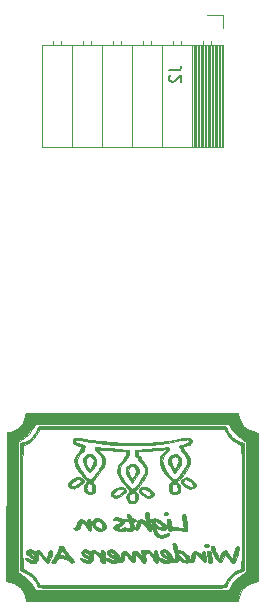
<source format=gbr>
%TF.GenerationSoftware,KiCad,Pcbnew,(5.1.9)-1*%
%TF.CreationDate,2021-02-10T21:10:38+00:00*%
%TF.ProjectId,SD_FSEQ,53445f46-5345-4512-9e6b-696361645f70,rev?*%
%TF.SameCoordinates,Original*%
%TF.FileFunction,Legend,Bot*%
%TF.FilePolarity,Positive*%
%FSLAX46Y46*%
G04 Gerber Fmt 4.6, Leading zero omitted, Abs format (unit mm)*
G04 Created by KiCad (PCBNEW (5.1.9)-1) date 2021-02-10 21:10:38*
%MOMM*%
%LPD*%
G01*
G04 APERTURE LIST*
%ADD10C,0.010000*%
%ADD11C,0.120000*%
%ADD12C,0.150000*%
G04 APERTURE END LIST*
D10*
%TO.C,G\u002A\u002A\u002A*%
G36*
X125221782Y-87259182D02*
G01*
X125091796Y-87329687D01*
X124996668Y-87424729D01*
X124867006Y-87619856D01*
X124827859Y-87825226D01*
X124880484Y-88056725D01*
X125026137Y-88330236D01*
X125074019Y-88402350D01*
X125198072Y-88574769D01*
X125304266Y-88706553D01*
X125372192Y-88772648D01*
X125377827Y-88775350D01*
X125441855Y-88744550D01*
X125543727Y-88643275D01*
X125637197Y-88525714D01*
X125794208Y-88300992D01*
X125891811Y-88133910D01*
X125943086Y-87995569D01*
X125961116Y-87857069D01*
X125962000Y-87808157D01*
X125958601Y-87791645D01*
X125736222Y-87791645D01*
X125713532Y-87911234D01*
X125655779Y-88073868D01*
X125578435Y-88246765D01*
X125496975Y-88397143D01*
X125426874Y-88492222D01*
X125397555Y-88509111D01*
X125351719Y-88463676D01*
X125273957Y-88346498D01*
X125208971Y-88233362D01*
X125123498Y-88047994D01*
X125069144Y-87875672D01*
X125058889Y-87799555D01*
X125097086Y-87648617D01*
X125191211Y-87503487D01*
X125310566Y-87403088D01*
X125389646Y-87380222D01*
X125520912Y-87429056D01*
X125642593Y-87549821D01*
X125722169Y-87703913D01*
X125736222Y-87791645D01*
X125958601Y-87791645D01*
X125919906Y-87603689D01*
X125798443Y-87424729D01*
X125665391Y-87301219D01*
X125527814Y-87249550D01*
X125397555Y-87241677D01*
X125221782Y-87259182D01*
G37*
X125221782Y-87259182D02*
X125091796Y-87329687D01*
X124996668Y-87424729D01*
X124867006Y-87619856D01*
X124827859Y-87825226D01*
X124880484Y-88056725D01*
X125026137Y-88330236D01*
X125074019Y-88402350D01*
X125198072Y-88574769D01*
X125304266Y-88706553D01*
X125372192Y-88772648D01*
X125377827Y-88775350D01*
X125441855Y-88744550D01*
X125543727Y-88643275D01*
X125637197Y-88525714D01*
X125794208Y-88300992D01*
X125891811Y-88133910D01*
X125943086Y-87995569D01*
X125961116Y-87857069D01*
X125962000Y-87808157D01*
X125958601Y-87791645D01*
X125736222Y-87791645D01*
X125713532Y-87911234D01*
X125655779Y-88073868D01*
X125578435Y-88246765D01*
X125496975Y-88397143D01*
X125426874Y-88492222D01*
X125397555Y-88509111D01*
X125351719Y-88463676D01*
X125273957Y-88346498D01*
X125208971Y-88233362D01*
X125123498Y-88047994D01*
X125069144Y-87875672D01*
X125058889Y-87799555D01*
X125097086Y-87648617D01*
X125191211Y-87503487D01*
X125310566Y-87403088D01*
X125389646Y-87380222D01*
X125520912Y-87429056D01*
X125642593Y-87549821D01*
X125722169Y-87703913D01*
X125736222Y-87791645D01*
X125958601Y-87791645D01*
X125919906Y-87603689D01*
X125798443Y-87424729D01*
X125665391Y-87301219D01*
X125527814Y-87249550D01*
X125397555Y-87241677D01*
X125221782Y-87259182D01*
G36*
X132406077Y-87261768D02*
G01*
X132226249Y-87394620D01*
X132089976Y-87579679D01*
X132021190Y-87786964D01*
X132027401Y-87935340D01*
X132066060Y-88026078D01*
X132145813Y-88173689D01*
X132250442Y-88351963D01*
X132363728Y-88534693D01*
X132469453Y-88695671D01*
X132551399Y-88808687D01*
X132592048Y-88847778D01*
X132628718Y-88805212D01*
X132712496Y-88692891D01*
X132826242Y-88533881D01*
X132842319Y-88511007D01*
X133015763Y-88248031D01*
X133120059Y-88043662D01*
X133163037Y-87873929D01*
X133159633Y-87822410D01*
X132943065Y-87822410D01*
X132904150Y-88011144D01*
X132785595Y-88238558D01*
X132750333Y-88293190D01*
X132657998Y-88425495D01*
X132600603Y-88474768D01*
X132553835Y-88454066D01*
X132522358Y-88415623D01*
X132446419Y-88298830D01*
X132355033Y-88138327D01*
X132332323Y-88095316D01*
X132255189Y-87858676D01*
X132275479Y-87649800D01*
X132390519Y-87485844D01*
X132432106Y-87454970D01*
X132598950Y-87402945D01*
X132758304Y-87450811D01*
X132882278Y-87587427D01*
X132908930Y-87645437D01*
X132943065Y-87822410D01*
X133159633Y-87822410D01*
X133152526Y-87714863D01*
X133129559Y-87631540D01*
X133026546Y-87453711D01*
X132864140Y-87306385D01*
X132681491Y-87220973D01*
X132605530Y-87211100D01*
X132406077Y-87261768D01*
G37*
X132406077Y-87261768D02*
X132226249Y-87394620D01*
X132089976Y-87579679D01*
X132021190Y-87786964D01*
X132027401Y-87935340D01*
X132066060Y-88026078D01*
X132145813Y-88173689D01*
X132250442Y-88351963D01*
X132363728Y-88534693D01*
X132469453Y-88695671D01*
X132551399Y-88808687D01*
X132592048Y-88847778D01*
X132628718Y-88805212D01*
X132712496Y-88692891D01*
X132826242Y-88533881D01*
X132842319Y-88511007D01*
X133015763Y-88248031D01*
X133120059Y-88043662D01*
X133163037Y-87873929D01*
X133159633Y-87822410D01*
X132943065Y-87822410D01*
X132904150Y-88011144D01*
X132785595Y-88238558D01*
X132750333Y-88293190D01*
X132657998Y-88425495D01*
X132600603Y-88474768D01*
X132553835Y-88454066D01*
X132522358Y-88415623D01*
X132446419Y-88298830D01*
X132355033Y-88138327D01*
X132332323Y-88095316D01*
X132255189Y-87858676D01*
X132275479Y-87649800D01*
X132390519Y-87485844D01*
X132432106Y-87454970D01*
X132598950Y-87402945D01*
X132758304Y-87450811D01*
X132882278Y-87587427D01*
X132908930Y-87645437D01*
X132943065Y-87822410D01*
X133159633Y-87822410D01*
X133152526Y-87714863D01*
X133129559Y-87631540D01*
X133026546Y-87453711D01*
X132864140Y-87306385D01*
X132681491Y-87220973D01*
X132605530Y-87211100D01*
X132406077Y-87261768D01*
G36*
X128801359Y-88080509D02*
G01*
X128612123Y-88200069D01*
X128590437Y-88222723D01*
X128467427Y-88411230D01*
X128436595Y-88616122D01*
X128497234Y-88857796D01*
X128563408Y-89002282D01*
X128674186Y-89203577D01*
X128788958Y-89387681D01*
X128861351Y-89487338D01*
X128993291Y-89647120D01*
X129163853Y-89430894D01*
X129345746Y-89173845D01*
X129482639Y-88927267D01*
X129560973Y-88717856D01*
X129574233Y-88622836D01*
X129559303Y-88552263D01*
X129334834Y-88552263D01*
X129314780Y-88778313D01*
X129210065Y-89021241D01*
X129075727Y-89204296D01*
X129003016Y-89274538D01*
X128950653Y-89257501D01*
X128906843Y-89204296D01*
X128834483Y-89089348D01*
X128748463Y-88925208D01*
X128720952Y-88866799D01*
X128653310Y-88630067D01*
X128688638Y-88436048D01*
X128828557Y-88277736D01*
X128862584Y-88254052D01*
X128992396Y-88195199D01*
X129106773Y-88218464D01*
X129117810Y-88224171D01*
X129269440Y-88361434D01*
X129334834Y-88552263D01*
X129559303Y-88552263D01*
X129526314Y-88396333D01*
X129400003Y-88218656D01*
X129220364Y-88099996D01*
X129012461Y-88050550D01*
X128801359Y-88080509D01*
G37*
X128801359Y-88080509D02*
X128612123Y-88200069D01*
X128590437Y-88222723D01*
X128467427Y-88411230D01*
X128436595Y-88616122D01*
X128497234Y-88857796D01*
X128563408Y-89002282D01*
X128674186Y-89203577D01*
X128788958Y-89387681D01*
X128861351Y-89487338D01*
X128993291Y-89647120D01*
X129163853Y-89430894D01*
X129345746Y-89173845D01*
X129482639Y-88927267D01*
X129560973Y-88717856D01*
X129574233Y-88622836D01*
X129559303Y-88552263D01*
X129334834Y-88552263D01*
X129314780Y-88778313D01*
X129210065Y-89021241D01*
X129075727Y-89204296D01*
X129003016Y-89274538D01*
X128950653Y-89257501D01*
X128906843Y-89204296D01*
X128834483Y-89089348D01*
X128748463Y-88925208D01*
X128720952Y-88866799D01*
X128653310Y-88630067D01*
X128688638Y-88436048D01*
X128828557Y-88277736D01*
X128862584Y-88254052D01*
X128992396Y-88195199D01*
X129106773Y-88218464D01*
X129117810Y-88224171D01*
X129269440Y-88361434D01*
X129334834Y-88552263D01*
X129559303Y-88552263D01*
X129526314Y-88396333D01*
X129400003Y-88218656D01*
X129220364Y-88099996D01*
X129012461Y-88050550D01*
X128801359Y-88080509D01*
G36*
X124175491Y-89224409D02*
G01*
X124010438Y-89315727D01*
X123834403Y-89434674D01*
X123680057Y-89558389D01*
X123580073Y-89664009D01*
X123562060Y-89697757D01*
X123564821Y-89856339D01*
X123664773Y-89995030D01*
X123824342Y-90083619D01*
X123954678Y-90127205D01*
X124042774Y-90138261D01*
X124135259Y-90111874D01*
X124278762Y-90043134D01*
X124297644Y-90033776D01*
X124495693Y-89917120D01*
X124676315Y-89778630D01*
X124814496Y-89640858D01*
X124885228Y-89526356D01*
X124887567Y-89512142D01*
X124648859Y-89512142D01*
X124564693Y-89626396D01*
X124376456Y-89772031D01*
X124368198Y-89777612D01*
X124191165Y-89893979D01*
X124076877Y-89954546D01*
X123995280Y-89967791D01*
X123916322Y-89942196D01*
X123869845Y-89918236D01*
X123778182Y-89838957D01*
X123782358Y-89743990D01*
X123885957Y-89625452D01*
X124062120Y-89495444D01*
X124237196Y-89386103D01*
X124355907Y-89335586D01*
X124451063Y-89333496D01*
X124513675Y-89352359D01*
X124631128Y-89422915D01*
X124648859Y-89512142D01*
X124887567Y-89512142D01*
X124889555Y-89500071D01*
X124838491Y-89351085D01*
X124698942Y-89242589D01*
X124491372Y-89185511D01*
X124296889Y-89183581D01*
X124175491Y-89224409D01*
G37*
X124175491Y-89224409D02*
X124010438Y-89315727D01*
X123834403Y-89434674D01*
X123680057Y-89558389D01*
X123580073Y-89664009D01*
X123562060Y-89697757D01*
X123564821Y-89856339D01*
X123664773Y-89995030D01*
X123824342Y-90083619D01*
X123954678Y-90127205D01*
X124042774Y-90138261D01*
X124135259Y-90111874D01*
X124278762Y-90043134D01*
X124297644Y-90033776D01*
X124495693Y-89917120D01*
X124676315Y-89778630D01*
X124814496Y-89640858D01*
X124885228Y-89526356D01*
X124887567Y-89512142D01*
X124648859Y-89512142D01*
X124564693Y-89626396D01*
X124376456Y-89772031D01*
X124368198Y-89777612D01*
X124191165Y-89893979D01*
X124076877Y-89954546D01*
X123995280Y-89967791D01*
X123916322Y-89942196D01*
X123869845Y-89918236D01*
X123778182Y-89838957D01*
X123782358Y-89743990D01*
X123885957Y-89625452D01*
X124062120Y-89495444D01*
X124237196Y-89386103D01*
X124355907Y-89335586D01*
X124451063Y-89333496D01*
X124513675Y-89352359D01*
X124631128Y-89422915D01*
X124648859Y-89512142D01*
X124887567Y-89512142D01*
X124889555Y-89500071D01*
X124838491Y-89351085D01*
X124698942Y-89242589D01*
X124491372Y-89185511D01*
X124296889Y-89183581D01*
X124175491Y-89224409D01*
G36*
X133446354Y-89217841D02*
G01*
X133281259Y-89295528D01*
X133150837Y-89394753D01*
X133102998Y-89466223D01*
X133090991Y-89562393D01*
X133130469Y-89657333D01*
X133235874Y-89771995D01*
X133419759Y-89925840D01*
X133676270Y-90090959D01*
X133912561Y-90157070D01*
X134131030Y-90135460D01*
X134303288Y-90047802D01*
X134399180Y-89910914D01*
X134399970Y-89823717D01*
X134184816Y-89823717D01*
X134166988Y-89916972D01*
X134080079Y-89969519D01*
X133965253Y-89997085D01*
X133852488Y-89978945D01*
X133709317Y-89905088D01*
X133569670Y-89812132D01*
X133395626Y-89670426D01*
X133325316Y-89555878D01*
X133355136Y-89460683D01*
X133392161Y-89427823D01*
X133488528Y-89372630D01*
X133583574Y-89367630D01*
X133706446Y-89419525D01*
X133886291Y-89535019D01*
X133900392Y-89544712D01*
X134096174Y-89700159D01*
X134184816Y-89823717D01*
X134399970Y-89823717D01*
X134400626Y-89751460D01*
X134337615Y-89668828D01*
X134206170Y-89552973D01*
X134036620Y-89425352D01*
X133859292Y-89307419D01*
X133704515Y-89220633D01*
X133602618Y-89186448D01*
X133601977Y-89186445D01*
X133446354Y-89217841D01*
G37*
X133446354Y-89217841D02*
X133281259Y-89295528D01*
X133150837Y-89394753D01*
X133102998Y-89466223D01*
X133090991Y-89562393D01*
X133130469Y-89657333D01*
X133235874Y-89771995D01*
X133419759Y-89925840D01*
X133676270Y-90090959D01*
X133912561Y-90157070D01*
X134131030Y-90135460D01*
X134303288Y-90047802D01*
X134399180Y-89910914D01*
X134399970Y-89823717D01*
X134184816Y-89823717D01*
X134166988Y-89916972D01*
X134080079Y-89969519D01*
X133965253Y-89997085D01*
X133852488Y-89978945D01*
X133709317Y-89905088D01*
X133569670Y-89812132D01*
X133395626Y-89670426D01*
X133325316Y-89555878D01*
X133355136Y-89460683D01*
X133392161Y-89427823D01*
X133488528Y-89372630D01*
X133583574Y-89367630D01*
X133706446Y-89419525D01*
X133886291Y-89535019D01*
X133900392Y-89544712D01*
X134096174Y-89700159D01*
X134184816Y-89823717D01*
X134399970Y-89823717D01*
X134400626Y-89751460D01*
X134337615Y-89668828D01*
X134206170Y-89552973D01*
X134036620Y-89425352D01*
X133859292Y-89307419D01*
X133704515Y-89220633D01*
X133602618Y-89186448D01*
X133601977Y-89186445D01*
X133446354Y-89217841D01*
G36*
X132349340Y-89613069D02*
G01*
X132206913Y-89714860D01*
X132132003Y-89897805D01*
X132114444Y-90113681D01*
X132122512Y-90303519D01*
X132156291Y-90421926D01*
X132230145Y-90509788D01*
X132263168Y-90537015D01*
X132470018Y-90637871D01*
X132689891Y-90643966D01*
X132888521Y-90556399D01*
X132935454Y-90515455D01*
X133031547Y-90384378D01*
X133070453Y-90218542D01*
X133074000Y-90117778D01*
X133067246Y-90076339D01*
X132845365Y-90076339D01*
X132839509Y-90250493D01*
X132802157Y-90386484D01*
X132780489Y-90416934D01*
X132653837Y-90475797D01*
X132494603Y-90471614D01*
X132407524Y-90436127D01*
X132359784Y-90344876D01*
X132348223Y-90151974D01*
X132351079Y-90084214D01*
X132365443Y-89907565D01*
X132393338Y-89814089D01*
X132450927Y-89774102D01*
X132527080Y-89760922D01*
X132672806Y-89770021D01*
X132766969Y-89810166D01*
X132820820Y-89913177D01*
X132845365Y-90076339D01*
X133067246Y-90076339D01*
X133032721Y-89864520D01*
X132911586Y-89689212D01*
X132714646Y-89596152D01*
X132568566Y-89581556D01*
X132349340Y-89613069D01*
G37*
X132349340Y-89613069D02*
X132206913Y-89714860D01*
X132132003Y-89897805D01*
X132114444Y-90113681D01*
X132122512Y-90303519D01*
X132156291Y-90421926D01*
X132230145Y-90509788D01*
X132263168Y-90537015D01*
X132470018Y-90637871D01*
X132689891Y-90643966D01*
X132888521Y-90556399D01*
X132935454Y-90515455D01*
X133031547Y-90384378D01*
X133070453Y-90218542D01*
X133074000Y-90117778D01*
X133067246Y-90076339D01*
X132845365Y-90076339D01*
X132839509Y-90250493D01*
X132802157Y-90386484D01*
X132780489Y-90416934D01*
X132653837Y-90475797D01*
X132494603Y-90471614D01*
X132407524Y-90436127D01*
X132359784Y-90344876D01*
X132348223Y-90151974D01*
X132351079Y-90084214D01*
X132365443Y-89907565D01*
X132393338Y-89814089D01*
X132450927Y-89774102D01*
X132527080Y-89760922D01*
X132672806Y-89770021D01*
X132766969Y-89810166D01*
X132820820Y-89913177D01*
X132845365Y-90076339D01*
X133067246Y-90076339D01*
X133032721Y-89864520D01*
X132911586Y-89689212D01*
X132714646Y-89596152D01*
X132568566Y-89581556D01*
X132349340Y-89613069D01*
G36*
X127685627Y-90076371D02*
G01*
X127402173Y-90275554D01*
X127302555Y-90363197D01*
X127181313Y-90500540D01*
X127159807Y-90617869D01*
X127236865Y-90745774D01*
X127285879Y-90797677D01*
X127457909Y-90913407D01*
X127654331Y-90933263D01*
X127885555Y-90856152D01*
X128122276Y-90709949D01*
X128339347Y-90537281D01*
X128457098Y-90395404D01*
X128478419Y-90282975D01*
X128261674Y-90282975D01*
X128257145Y-90348614D01*
X128182967Y-90431714D01*
X128027205Y-90553341D01*
X128008111Y-90567386D01*
X127779470Y-90709895D01*
X127603234Y-90759920D01*
X127469700Y-90719245D01*
X127423361Y-90674758D01*
X127390661Y-90613955D01*
X127411597Y-90548090D01*
X127499783Y-90453239D01*
X127599894Y-90364466D01*
X127822875Y-90208697D01*
X128016348Y-90147353D01*
X128170455Y-90182876D01*
X128208489Y-90213734D01*
X128261674Y-90282975D01*
X128478419Y-90282975D01*
X128480514Y-90271930D01*
X128414581Y-90154473D01*
X128364974Y-90106974D01*
X128162836Y-89993092D01*
X127937784Y-89982554D01*
X127685627Y-90076371D01*
G37*
X127685627Y-90076371D02*
X127402173Y-90275554D01*
X127302555Y-90363197D01*
X127181313Y-90500540D01*
X127159807Y-90617869D01*
X127236865Y-90745774D01*
X127285879Y-90797677D01*
X127457909Y-90913407D01*
X127654331Y-90933263D01*
X127885555Y-90856152D01*
X128122276Y-90709949D01*
X128339347Y-90537281D01*
X128457098Y-90395404D01*
X128478419Y-90282975D01*
X128261674Y-90282975D01*
X128257145Y-90348614D01*
X128182967Y-90431714D01*
X128027205Y-90553341D01*
X128008111Y-90567386D01*
X127779470Y-90709895D01*
X127603234Y-90759920D01*
X127469700Y-90719245D01*
X127423361Y-90674758D01*
X127390661Y-90613955D01*
X127411597Y-90548090D01*
X127499783Y-90453239D01*
X127599894Y-90364466D01*
X127822875Y-90208697D01*
X128016348Y-90147353D01*
X128170455Y-90182876D01*
X128208489Y-90213734D01*
X128261674Y-90282975D01*
X128478419Y-90282975D01*
X128480514Y-90271930D01*
X128414581Y-90154473D01*
X128364974Y-90106974D01*
X128162836Y-89993092D01*
X127937784Y-89982554D01*
X127685627Y-90076371D01*
G36*
X129727275Y-90016437D02*
G01*
X129643448Y-90064534D01*
X129532935Y-90191891D01*
X129532309Y-90340262D01*
X129641045Y-90507129D01*
X129757889Y-90614537D01*
X130017558Y-90804952D01*
X130228393Y-90910570D01*
X130409231Y-90936957D01*
X130578906Y-90889674D01*
X130618667Y-90868774D01*
X130775504Y-90743539D01*
X130823615Y-90605220D01*
X130816071Y-90586181D01*
X130578055Y-90586181D01*
X130576609Y-90682110D01*
X130519889Y-90729507D01*
X130398038Y-90757832D01*
X130269968Y-90732371D01*
X130103964Y-90644012D01*
X130011596Y-90583445D01*
X129835207Y-90438976D01*
X129754983Y-90315108D01*
X129772412Y-90220870D01*
X129888985Y-90165292D01*
X129941333Y-90157715D01*
X130093114Y-90175880D01*
X130251104Y-90246020D01*
X130396875Y-90349925D01*
X130512001Y-90469382D01*
X130578055Y-90586181D01*
X130816071Y-90586181D01*
X130762466Y-90450910D01*
X130591521Y-90277700D01*
X130496589Y-90205551D01*
X130205998Y-90037072D01*
X129950629Y-89974211D01*
X129727275Y-90016437D01*
G37*
X129727275Y-90016437D02*
X129643448Y-90064534D01*
X129532935Y-90191891D01*
X129532309Y-90340262D01*
X129641045Y-90507129D01*
X129757889Y-90614537D01*
X130017558Y-90804952D01*
X130228393Y-90910570D01*
X130409231Y-90936957D01*
X130578906Y-90889674D01*
X130618667Y-90868774D01*
X130775504Y-90743539D01*
X130823615Y-90605220D01*
X130816071Y-90586181D01*
X130578055Y-90586181D01*
X130576609Y-90682110D01*
X130519889Y-90729507D01*
X130398038Y-90757832D01*
X130269968Y-90732371D01*
X130103964Y-90644012D01*
X130011596Y-90583445D01*
X129835207Y-90438976D01*
X129754983Y-90315108D01*
X129772412Y-90220870D01*
X129888985Y-90165292D01*
X129941333Y-90157715D01*
X130093114Y-90175880D01*
X130251104Y-90246020D01*
X130396875Y-90349925D01*
X130512001Y-90469382D01*
X130578055Y-90586181D01*
X130816071Y-90586181D01*
X130762466Y-90450910D01*
X130591521Y-90277700D01*
X130496589Y-90205551D01*
X130205998Y-90037072D01*
X129950629Y-89974211D01*
X129727275Y-90016437D01*
G36*
X124357983Y-85827485D02*
G01*
X124255763Y-85852513D01*
X124195485Y-85876008D01*
X124025468Y-85985115D01*
X123956356Y-86116479D01*
X123982578Y-86254846D01*
X124098564Y-86384962D01*
X124298745Y-86491574D01*
X124435361Y-86532923D01*
X124594957Y-86576800D01*
X124669020Y-86622323D01*
X124682952Y-86692056D01*
X124674815Y-86745640D01*
X124613110Y-86880310D01*
X124498577Y-87017585D01*
X124477741Y-87036050D01*
X124297055Y-87247233D01*
X124163826Y-87516238D01*
X124102190Y-87791953D01*
X124100573Y-87834807D01*
X124125759Y-88002742D01*
X124191323Y-88207307D01*
X124238804Y-88314584D01*
X124344250Y-88497937D01*
X124488760Y-88713003D01*
X124653770Y-88936076D01*
X124820716Y-89143448D01*
X124971031Y-89311411D01*
X125086152Y-89416258D01*
X125115375Y-89433973D01*
X125177666Y-89471959D01*
X125173473Y-89519255D01*
X125094716Y-89604232D01*
X125056680Y-89640064D01*
X124928036Y-89821823D01*
X124879847Y-90029414D01*
X124904351Y-90236807D01*
X124993783Y-90417975D01*
X125140381Y-90546888D01*
X125336381Y-90597518D01*
X125342256Y-90597556D01*
X125546678Y-90566023D01*
X125722916Y-90484778D01*
X125805913Y-90405661D01*
X125829869Y-90316753D01*
X125845270Y-90158278D01*
X125848200Y-90053001D01*
X125623333Y-90053001D01*
X125616767Y-90228348D01*
X125599927Y-90353994D01*
X125585704Y-90390593D01*
X125485777Y-90426275D01*
X125342341Y-90420218D01*
X125214121Y-90378554D01*
X125175240Y-90347727D01*
X125131664Y-90230337D01*
X125124852Y-90062468D01*
X125150325Y-89891216D01*
X125203602Y-89763674D01*
X125233597Y-89734215D01*
X125353856Y-89704632D01*
X125473486Y-89715431D01*
X125560894Y-89747109D01*
X125605517Y-89806456D01*
X125621539Y-89925421D01*
X125623333Y-90053001D01*
X125848200Y-90053001D01*
X125848247Y-90051319D01*
X125839786Y-89865537D01*
X125802222Y-89748174D01*
X125719365Y-89655502D01*
X125693889Y-89634438D01*
X125598952Y-89544608D01*
X125595080Y-89494376D01*
X125619973Y-89480942D01*
X125725966Y-89408139D01*
X125873052Y-89261165D01*
X126043820Y-89062393D01*
X126220855Y-88834196D01*
X126386745Y-88598950D01*
X126524079Y-88379026D01*
X126611061Y-88207494D01*
X126683242Y-87896225D01*
X126652927Y-87579882D01*
X126526539Y-87283060D01*
X126310503Y-87030354D01*
X126301611Y-87022790D01*
X126194394Y-86923145D01*
X126141917Y-86855264D01*
X126141743Y-86842997D01*
X126205240Y-86837439D01*
X126353287Y-86843880D01*
X126558349Y-86860866D01*
X126642720Y-86869485D01*
X126901243Y-86894009D01*
X127225820Y-86920180D01*
X127569734Y-86944416D01*
X127810555Y-86959072D01*
X128502000Y-86997586D01*
X128502000Y-87158696D01*
X128459695Y-87315918D01*
X128389111Y-87380222D01*
X128298442Y-87480874D01*
X128276222Y-87569149D01*
X128227482Y-87700180D01*
X128107347Y-87822514D01*
X127890022Y-88048946D01*
X127760505Y-88329517D01*
X127723199Y-88642287D01*
X127782509Y-88965315D01*
X127847110Y-89118597D01*
X127982078Y-89352914D01*
X128156647Y-89611495D01*
X128347426Y-89863442D01*
X128531025Y-90077860D01*
X128683553Y-90223461D01*
X128791339Y-90312023D01*
X128816688Y-90357975D01*
X128766867Y-90387240D01*
X128732613Y-90398466D01*
X128608190Y-90491662D01*
X128530249Y-90656099D01*
X128503328Y-90858214D01*
X128531964Y-91064440D01*
X128618986Y-91239055D01*
X128770994Y-91350140D01*
X128972065Y-91395075D01*
X129178263Y-91371702D01*
X129345653Y-91277862D01*
X129348667Y-91274889D01*
X129434404Y-91123666D01*
X129461365Y-90970367D01*
X129235836Y-90970367D01*
X129223669Y-91114942D01*
X129198148Y-91180815D01*
X129101149Y-91215093D01*
X128958965Y-91211813D01*
X128831192Y-91175432D01*
X128795511Y-91150711D01*
X128742994Y-91033831D01*
X128730362Y-90863943D01*
X128755731Y-90692919D01*
X128816476Y-90573365D01*
X128958432Y-90493446D01*
X129104848Y-90508079D01*
X129168044Y-90552400D01*
X129205843Y-90643559D01*
X129229167Y-90798060D01*
X129235836Y-90970367D01*
X129461365Y-90970367D01*
X129470168Y-90920319D01*
X129456965Y-90707150D01*
X129395800Y-90526462D01*
X129328931Y-90444983D01*
X129196307Y-90340660D01*
X129446040Y-90089352D01*
X129657571Y-89851406D01*
X129866354Y-89573204D01*
X130051451Y-89286519D01*
X130191927Y-89023125D01*
X130254842Y-88861889D01*
X130289404Y-88568853D01*
X130215206Y-88281050D01*
X130030527Y-87992860D01*
X129965639Y-87918733D01*
X129844558Y-87772959D01*
X129763975Y-87648318D01*
X129743778Y-87589674D01*
X129702523Y-87494936D01*
X129603264Y-87390777D01*
X129602667Y-87390307D01*
X129495528Y-87260833D01*
X129461555Y-87141355D01*
X129461555Y-87003402D01*
X130519889Y-86934527D01*
X130862081Y-86911077D01*
X131172138Y-86887614D01*
X131429762Y-86865851D01*
X131614653Y-86847500D01*
X131705222Y-86834596D01*
X131808586Y-86828780D01*
X131818578Y-86883085D01*
X131735710Y-86994943D01*
X131657850Y-87073329D01*
X131459735Y-87303632D01*
X131354183Y-87544397D01*
X131324222Y-87821164D01*
X131355196Y-88066200D01*
X131453086Y-88330048D01*
X131625346Y-88627406D01*
X131879428Y-88972972D01*
X131957054Y-89069166D01*
X132191450Y-89324043D01*
X132401569Y-89475819D01*
X132600531Y-89524142D01*
X132801460Y-89468661D01*
X133017476Y-89309023D01*
X133261702Y-89044876D01*
X133270748Y-89033945D01*
X133572721Y-88626454D01*
X133771471Y-88258301D01*
X133867634Y-87924590D01*
X133861849Y-87620427D01*
X133754752Y-87340915D01*
X133546983Y-87081159D01*
X133527557Y-87062524D01*
X133419587Y-86940891D01*
X133360194Y-86835640D01*
X133356222Y-86813139D01*
X133319956Y-86696435D01*
X133296113Y-86665357D01*
X133294244Y-86618313D01*
X133391063Y-86570559D01*
X133507779Y-86537501D01*
X133697206Y-86480006D01*
X133859101Y-86413711D01*
X133906555Y-86387465D01*
X134012897Y-86266387D01*
X134024257Y-86132072D01*
X133809847Y-86132072D01*
X133793137Y-86225143D01*
X133670847Y-86308012D01*
X133440068Y-86383281D01*
X133285667Y-86418349D01*
X133075240Y-86476899D01*
X132973915Y-86545920D01*
X132978075Y-86629743D01*
X133047052Y-86703947D01*
X133105377Y-86814616D01*
X133099693Y-86880191D01*
X133096956Y-86965164D01*
X133124759Y-86985111D01*
X133195747Y-87022148D01*
X133311066Y-87116418D01*
X133380279Y-87182264D01*
X133568860Y-87435828D01*
X133660499Y-87712519D01*
X133649057Y-87991353D01*
X133633342Y-88047119D01*
X133539292Y-88268855D01*
X133400930Y-88512616D01*
X133234216Y-88758226D01*
X133055109Y-88985509D01*
X132879569Y-89174290D01*
X132723557Y-89304395D01*
X132603032Y-89355647D01*
X132598106Y-89355778D01*
X132465017Y-89307276D01*
X132302687Y-89175781D01*
X132125759Y-88982309D01*
X131948878Y-88747875D01*
X131786688Y-88493496D01*
X131653834Y-88240188D01*
X131564961Y-88008966D01*
X131534606Y-87829579D01*
X131579937Y-87561364D01*
X131701223Y-87307633D01*
X131876403Y-87111538D01*
X131916459Y-87082708D01*
X132049005Y-86965396D01*
X132094735Y-86829235D01*
X132095630Y-86800916D01*
X132089606Y-86701433D01*
X132051449Y-86657395D01*
X131951031Y-86652800D01*
X131836926Y-86663506D01*
X131701587Y-86675291D01*
X131475350Y-86692420D01*
X131179996Y-86713354D01*
X130837307Y-86736557D01*
X130469063Y-86760490D01*
X130407000Y-86764425D01*
X129235778Y-86838413D01*
X129235778Y-87131421D01*
X129241033Y-87305369D01*
X129266407Y-87398882D01*
X129326313Y-87444267D01*
X129382972Y-87461372D01*
X129489139Y-87509471D01*
X129509387Y-87600313D01*
X129503852Y-87635964D01*
X129508270Y-87745290D01*
X129586963Y-87834094D01*
X129658764Y-87880539D01*
X129810020Y-88016845D01*
X129948335Y-88219237D01*
X130047575Y-88441687D01*
X130081893Y-88625710D01*
X130042629Y-88817688D01*
X129932885Y-89069345D01*
X129762855Y-89361393D01*
X129542733Y-89674548D01*
X129494567Y-89736778D01*
X129297712Y-89970408D01*
X129138657Y-90108640D01*
X128999180Y-90154084D01*
X128861058Y-90109349D01*
X128706066Y-89977043D01*
X128603909Y-89864283D01*
X128321129Y-89504506D01*
X128111141Y-89168474D01*
X127981011Y-88869320D01*
X127937766Y-88625879D01*
X127991494Y-88317424D01*
X128149069Y-88049047D01*
X128329292Y-87881792D01*
X128463717Y-87740787D01*
X128502000Y-87618323D01*
X128544118Y-87493339D01*
X128614889Y-87453022D01*
X128682903Y-87416813D01*
X128716936Y-87334451D01*
X128727540Y-87175886D01*
X128727778Y-87131512D01*
X128727778Y-86839523D01*
X127613000Y-86767813D01*
X127245925Y-86743652D01*
X126895720Y-86719600D01*
X126586310Y-86697374D01*
X126341617Y-86678694D01*
X126185562Y-86665278D01*
X126185083Y-86665231D01*
X125871945Y-86634359D01*
X125874639Y-86795545D01*
X125922503Y-86955836D01*
X126041477Y-87069699D01*
X126280276Y-87290080D01*
X126418460Y-87557048D01*
X126454622Y-87734421D01*
X126460712Y-87900988D01*
X126429025Y-88054604D01*
X126348186Y-88240126D01*
X126305715Y-88321761D01*
X126178501Y-88536454D01*
X126021740Y-88766347D01*
X125855307Y-88985754D01*
X125699078Y-89168990D01*
X125572928Y-89290369D01*
X125537373Y-89314729D01*
X125410519Y-89343114D01*
X125319905Y-89334360D01*
X125209367Y-89267375D01*
X125060545Y-89123607D01*
X124890940Y-88924418D01*
X124718053Y-88691167D01*
X124559385Y-88445214D01*
X124488326Y-88319424D01*
X124387665Y-88112319D01*
X124340343Y-87952455D01*
X124334932Y-87794608D01*
X124340489Y-87734421D01*
X124423881Y-87436399D01*
X124604252Y-87191040D01*
X124754590Y-87069778D01*
X124875792Y-86951979D01*
X124899329Y-86852116D01*
X124911684Y-86732857D01*
X124940707Y-86685605D01*
X124996877Y-86598469D01*
X124965833Y-86525664D01*
X124838984Y-86459357D01*
X124622333Y-86395355D01*
X124357154Y-86313399D01*
X124200488Y-86228692D01*
X124153639Y-86142583D01*
X124217910Y-86056422D01*
X124266222Y-86026864D01*
X124361800Y-86003473D01*
X124517753Y-86011372D01*
X124753659Y-86052201D01*
X124873000Y-86077723D01*
X125689167Y-86229055D01*
X126584007Y-86342230D01*
X127534809Y-86417333D01*
X128518860Y-86454448D01*
X129513449Y-86453660D01*
X130495867Y-86415052D01*
X131443400Y-86338708D01*
X132333339Y-86224713D01*
X133142972Y-86073150D01*
X133258218Y-86046678D01*
X133475665Y-86000858D01*
X133612940Y-85988457D01*
X133697319Y-86008276D01*
X133723884Y-86026197D01*
X133809847Y-86132072D01*
X134024257Y-86132072D01*
X134025100Y-86122110D01*
X133951054Y-85979749D01*
X133798648Y-85864419D01*
X133733643Y-85836978D01*
X133641037Y-85833810D01*
X133463317Y-85851766D01*
X133225590Y-85887567D01*
X132952960Y-85937933D01*
X132938309Y-85940886D01*
X132094250Y-86084510D01*
X131182573Y-86190327D01*
X130225478Y-86258432D01*
X129245167Y-86288920D01*
X128263842Y-86281886D01*
X127303703Y-86237425D01*
X126386954Y-86155631D01*
X125535795Y-86036601D01*
X124881490Y-85906456D01*
X124639568Y-85853068D01*
X124475492Y-85827208D01*
X124357983Y-85827485D01*
G37*
X124357983Y-85827485D02*
X124255763Y-85852513D01*
X124195485Y-85876008D01*
X124025468Y-85985115D01*
X123956356Y-86116479D01*
X123982578Y-86254846D01*
X124098564Y-86384962D01*
X124298745Y-86491574D01*
X124435361Y-86532923D01*
X124594957Y-86576800D01*
X124669020Y-86622323D01*
X124682952Y-86692056D01*
X124674815Y-86745640D01*
X124613110Y-86880310D01*
X124498577Y-87017585D01*
X124477741Y-87036050D01*
X124297055Y-87247233D01*
X124163826Y-87516238D01*
X124102190Y-87791953D01*
X124100573Y-87834807D01*
X124125759Y-88002742D01*
X124191323Y-88207307D01*
X124238804Y-88314584D01*
X124344250Y-88497937D01*
X124488760Y-88713003D01*
X124653770Y-88936076D01*
X124820716Y-89143448D01*
X124971031Y-89311411D01*
X125086152Y-89416258D01*
X125115375Y-89433973D01*
X125177666Y-89471959D01*
X125173473Y-89519255D01*
X125094716Y-89604232D01*
X125056680Y-89640064D01*
X124928036Y-89821823D01*
X124879847Y-90029414D01*
X124904351Y-90236807D01*
X124993783Y-90417975D01*
X125140381Y-90546888D01*
X125336381Y-90597518D01*
X125342256Y-90597556D01*
X125546678Y-90566023D01*
X125722916Y-90484778D01*
X125805913Y-90405661D01*
X125829869Y-90316753D01*
X125845270Y-90158278D01*
X125848200Y-90053001D01*
X125623333Y-90053001D01*
X125616767Y-90228348D01*
X125599927Y-90353994D01*
X125585704Y-90390593D01*
X125485777Y-90426275D01*
X125342341Y-90420218D01*
X125214121Y-90378554D01*
X125175240Y-90347727D01*
X125131664Y-90230337D01*
X125124852Y-90062468D01*
X125150325Y-89891216D01*
X125203602Y-89763674D01*
X125233597Y-89734215D01*
X125353856Y-89704632D01*
X125473486Y-89715431D01*
X125560894Y-89747109D01*
X125605517Y-89806456D01*
X125621539Y-89925421D01*
X125623333Y-90053001D01*
X125848200Y-90053001D01*
X125848247Y-90051319D01*
X125839786Y-89865537D01*
X125802222Y-89748174D01*
X125719365Y-89655502D01*
X125693889Y-89634438D01*
X125598952Y-89544608D01*
X125595080Y-89494376D01*
X125619973Y-89480942D01*
X125725966Y-89408139D01*
X125873052Y-89261165D01*
X126043820Y-89062393D01*
X126220855Y-88834196D01*
X126386745Y-88598950D01*
X126524079Y-88379026D01*
X126611061Y-88207494D01*
X126683242Y-87896225D01*
X126652927Y-87579882D01*
X126526539Y-87283060D01*
X126310503Y-87030354D01*
X126301611Y-87022790D01*
X126194394Y-86923145D01*
X126141917Y-86855264D01*
X126141743Y-86842997D01*
X126205240Y-86837439D01*
X126353287Y-86843880D01*
X126558349Y-86860866D01*
X126642720Y-86869485D01*
X126901243Y-86894009D01*
X127225820Y-86920180D01*
X127569734Y-86944416D01*
X127810555Y-86959072D01*
X128502000Y-86997586D01*
X128502000Y-87158696D01*
X128459695Y-87315918D01*
X128389111Y-87380222D01*
X128298442Y-87480874D01*
X128276222Y-87569149D01*
X128227482Y-87700180D01*
X128107347Y-87822514D01*
X127890022Y-88048946D01*
X127760505Y-88329517D01*
X127723199Y-88642287D01*
X127782509Y-88965315D01*
X127847110Y-89118597D01*
X127982078Y-89352914D01*
X128156647Y-89611495D01*
X128347426Y-89863442D01*
X128531025Y-90077860D01*
X128683553Y-90223461D01*
X128791339Y-90312023D01*
X128816688Y-90357975D01*
X128766867Y-90387240D01*
X128732613Y-90398466D01*
X128608190Y-90491662D01*
X128530249Y-90656099D01*
X128503328Y-90858214D01*
X128531964Y-91064440D01*
X128618986Y-91239055D01*
X128770994Y-91350140D01*
X128972065Y-91395075D01*
X129178263Y-91371702D01*
X129345653Y-91277862D01*
X129348667Y-91274889D01*
X129434404Y-91123666D01*
X129461365Y-90970367D01*
X129235836Y-90970367D01*
X129223669Y-91114942D01*
X129198148Y-91180815D01*
X129101149Y-91215093D01*
X128958965Y-91211813D01*
X128831192Y-91175432D01*
X128795511Y-91150711D01*
X128742994Y-91033831D01*
X128730362Y-90863943D01*
X128755731Y-90692919D01*
X128816476Y-90573365D01*
X128958432Y-90493446D01*
X129104848Y-90508079D01*
X129168044Y-90552400D01*
X129205843Y-90643559D01*
X129229167Y-90798060D01*
X129235836Y-90970367D01*
X129461365Y-90970367D01*
X129470168Y-90920319D01*
X129456965Y-90707150D01*
X129395800Y-90526462D01*
X129328931Y-90444983D01*
X129196307Y-90340660D01*
X129446040Y-90089352D01*
X129657571Y-89851406D01*
X129866354Y-89573204D01*
X130051451Y-89286519D01*
X130191927Y-89023125D01*
X130254842Y-88861889D01*
X130289404Y-88568853D01*
X130215206Y-88281050D01*
X130030527Y-87992860D01*
X129965639Y-87918733D01*
X129844558Y-87772959D01*
X129763975Y-87648318D01*
X129743778Y-87589674D01*
X129702523Y-87494936D01*
X129603264Y-87390777D01*
X129602667Y-87390307D01*
X129495528Y-87260833D01*
X129461555Y-87141355D01*
X129461555Y-87003402D01*
X130519889Y-86934527D01*
X130862081Y-86911077D01*
X131172138Y-86887614D01*
X131429762Y-86865851D01*
X131614653Y-86847500D01*
X131705222Y-86834596D01*
X131808586Y-86828780D01*
X131818578Y-86883085D01*
X131735710Y-86994943D01*
X131657850Y-87073329D01*
X131459735Y-87303632D01*
X131354183Y-87544397D01*
X131324222Y-87821164D01*
X131355196Y-88066200D01*
X131453086Y-88330048D01*
X131625346Y-88627406D01*
X131879428Y-88972972D01*
X131957054Y-89069166D01*
X132191450Y-89324043D01*
X132401569Y-89475819D01*
X132600531Y-89524142D01*
X132801460Y-89468661D01*
X133017476Y-89309023D01*
X133261702Y-89044876D01*
X133270748Y-89033945D01*
X133572721Y-88626454D01*
X133771471Y-88258301D01*
X133867634Y-87924590D01*
X133861849Y-87620427D01*
X133754752Y-87340915D01*
X133546983Y-87081159D01*
X133527557Y-87062524D01*
X133419587Y-86940891D01*
X133360194Y-86835640D01*
X133356222Y-86813139D01*
X133319956Y-86696435D01*
X133296113Y-86665357D01*
X133294244Y-86618313D01*
X133391063Y-86570559D01*
X133507779Y-86537501D01*
X133697206Y-86480006D01*
X133859101Y-86413711D01*
X133906555Y-86387465D01*
X134012897Y-86266387D01*
X134024257Y-86132072D01*
X133809847Y-86132072D01*
X133793137Y-86225143D01*
X133670847Y-86308012D01*
X133440068Y-86383281D01*
X133285667Y-86418349D01*
X133075240Y-86476899D01*
X132973915Y-86545920D01*
X132978075Y-86629743D01*
X133047052Y-86703947D01*
X133105377Y-86814616D01*
X133099693Y-86880191D01*
X133096956Y-86965164D01*
X133124759Y-86985111D01*
X133195747Y-87022148D01*
X133311066Y-87116418D01*
X133380279Y-87182264D01*
X133568860Y-87435828D01*
X133660499Y-87712519D01*
X133649057Y-87991353D01*
X133633342Y-88047119D01*
X133539292Y-88268855D01*
X133400930Y-88512616D01*
X133234216Y-88758226D01*
X133055109Y-88985509D01*
X132879569Y-89174290D01*
X132723557Y-89304395D01*
X132603032Y-89355647D01*
X132598106Y-89355778D01*
X132465017Y-89307276D01*
X132302687Y-89175781D01*
X132125759Y-88982309D01*
X131948878Y-88747875D01*
X131786688Y-88493496D01*
X131653834Y-88240188D01*
X131564961Y-88008966D01*
X131534606Y-87829579D01*
X131579937Y-87561364D01*
X131701223Y-87307633D01*
X131876403Y-87111538D01*
X131916459Y-87082708D01*
X132049005Y-86965396D01*
X132094735Y-86829235D01*
X132095630Y-86800916D01*
X132089606Y-86701433D01*
X132051449Y-86657395D01*
X131951031Y-86652800D01*
X131836926Y-86663506D01*
X131701587Y-86675291D01*
X131475350Y-86692420D01*
X131179996Y-86713354D01*
X130837307Y-86736557D01*
X130469063Y-86760490D01*
X130407000Y-86764425D01*
X129235778Y-86838413D01*
X129235778Y-87131421D01*
X129241033Y-87305369D01*
X129266407Y-87398882D01*
X129326313Y-87444267D01*
X129382972Y-87461372D01*
X129489139Y-87509471D01*
X129509387Y-87600313D01*
X129503852Y-87635964D01*
X129508270Y-87745290D01*
X129586963Y-87834094D01*
X129658764Y-87880539D01*
X129810020Y-88016845D01*
X129948335Y-88219237D01*
X130047575Y-88441687D01*
X130081893Y-88625710D01*
X130042629Y-88817688D01*
X129932885Y-89069345D01*
X129762855Y-89361393D01*
X129542733Y-89674548D01*
X129494567Y-89736778D01*
X129297712Y-89970408D01*
X129138657Y-90108640D01*
X128999180Y-90154084D01*
X128861058Y-90109349D01*
X128706066Y-89977043D01*
X128603909Y-89864283D01*
X128321129Y-89504506D01*
X128111141Y-89168474D01*
X127981011Y-88869320D01*
X127937766Y-88625879D01*
X127991494Y-88317424D01*
X128149069Y-88049047D01*
X128329292Y-87881792D01*
X128463717Y-87740787D01*
X128502000Y-87618323D01*
X128544118Y-87493339D01*
X128614889Y-87453022D01*
X128682903Y-87416813D01*
X128716936Y-87334451D01*
X128727540Y-87175886D01*
X128727778Y-87131512D01*
X128727778Y-86839523D01*
X127613000Y-86767813D01*
X127245925Y-86743652D01*
X126895720Y-86719600D01*
X126586310Y-86697374D01*
X126341617Y-86678694D01*
X126185562Y-86665278D01*
X126185083Y-86665231D01*
X125871945Y-86634359D01*
X125874639Y-86795545D01*
X125922503Y-86955836D01*
X126041477Y-87069699D01*
X126280276Y-87290080D01*
X126418460Y-87557048D01*
X126454622Y-87734421D01*
X126460712Y-87900988D01*
X126429025Y-88054604D01*
X126348186Y-88240126D01*
X126305715Y-88321761D01*
X126178501Y-88536454D01*
X126021740Y-88766347D01*
X125855307Y-88985754D01*
X125699078Y-89168990D01*
X125572928Y-89290369D01*
X125537373Y-89314729D01*
X125410519Y-89343114D01*
X125319905Y-89334360D01*
X125209367Y-89267375D01*
X125060545Y-89123607D01*
X124890940Y-88924418D01*
X124718053Y-88691167D01*
X124559385Y-88445214D01*
X124488326Y-88319424D01*
X124387665Y-88112319D01*
X124340343Y-87952455D01*
X124334932Y-87794608D01*
X124340489Y-87734421D01*
X124423881Y-87436399D01*
X124604252Y-87191040D01*
X124754590Y-87069778D01*
X124875792Y-86951979D01*
X124899329Y-86852116D01*
X124911684Y-86732857D01*
X124940707Y-86685605D01*
X124996877Y-86598469D01*
X124965833Y-86525664D01*
X124838984Y-86459357D01*
X124622333Y-86395355D01*
X124357154Y-86313399D01*
X124200488Y-86228692D01*
X124153639Y-86142583D01*
X124217910Y-86056422D01*
X124266222Y-86026864D01*
X124361800Y-86003473D01*
X124517753Y-86011372D01*
X124753659Y-86052201D01*
X124873000Y-86077723D01*
X125689167Y-86229055D01*
X126584007Y-86342230D01*
X127534809Y-86417333D01*
X128518860Y-86454448D01*
X129513449Y-86453660D01*
X130495867Y-86415052D01*
X131443400Y-86338708D01*
X132333339Y-86224713D01*
X133142972Y-86073150D01*
X133258218Y-86046678D01*
X133475665Y-86000858D01*
X133612940Y-85988457D01*
X133697319Y-86008276D01*
X133723884Y-86026197D01*
X133809847Y-86132072D01*
X134024257Y-86132072D01*
X134025100Y-86122110D01*
X133951054Y-85979749D01*
X133798648Y-85864419D01*
X133733643Y-85836978D01*
X133641037Y-85833810D01*
X133463317Y-85851766D01*
X133225590Y-85887567D01*
X132952960Y-85937933D01*
X132938309Y-85940886D01*
X132094250Y-86084510D01*
X131182573Y-86190327D01*
X130225478Y-86258432D01*
X129245167Y-86288920D01*
X128263842Y-86281886D01*
X127303703Y-86237425D01*
X126386954Y-86155631D01*
X125535795Y-86036601D01*
X124881490Y-85906456D01*
X124639568Y-85853068D01*
X124475492Y-85827208D01*
X124357983Y-85827485D01*
G36*
X131719939Y-92181382D02*
G01*
X131673235Y-92269975D01*
X131717294Y-92364599D01*
X131764575Y-92397783D01*
X131892354Y-92422397D01*
X131974707Y-92381531D01*
X132049003Y-92281826D01*
X132029115Y-92188919D01*
X131931052Y-92134139D01*
X131847137Y-92131887D01*
X131719939Y-92181382D01*
G37*
X131719939Y-92181382D02*
X131673235Y-92269975D01*
X131717294Y-92364599D01*
X131764575Y-92397783D01*
X131892354Y-92422397D01*
X131974707Y-92381531D01*
X132049003Y-92281826D01*
X132029115Y-92188919D01*
X131931052Y-92134139D01*
X131847137Y-92131887D01*
X131719939Y-92181382D01*
G36*
X125217190Y-92737509D02*
G01*
X125178836Y-92864346D01*
X125181492Y-92931444D01*
X125203423Y-93119298D01*
X125025713Y-92930872D01*
X124854545Y-92789550D01*
X124688034Y-92742574D01*
X124678135Y-92742445D01*
X124533354Y-92765672D01*
X124429974Y-92848556D01*
X124350888Y-93010898D01*
X124301987Y-93177835D01*
X124243696Y-93346160D01*
X124178567Y-93441526D01*
X124152141Y-93453310D01*
X124031364Y-93469147D01*
X124005249Y-93504036D01*
X124042889Y-93560889D01*
X124158465Y-93627555D01*
X124313270Y-93641538D01*
X124449949Y-93601587D01*
X124486402Y-93570580D01*
X124537874Y-93468620D01*
X124586229Y-93311611D01*
X124594555Y-93274545D01*
X124647546Y-93119303D01*
X124718549Y-93039734D01*
X124729777Y-93036290D01*
X124801214Y-93069414D01*
X124913811Y-93167023D01*
X125043003Y-93301817D01*
X125164226Y-93446498D01*
X125252914Y-93573768D01*
X125284667Y-93652929D01*
X125329233Y-93692304D01*
X125424406Y-93699677D01*
X125512390Y-93674571D01*
X125532842Y-93654981D01*
X125549102Y-93562056D01*
X125545479Y-93397064D01*
X125526485Y-93196199D01*
X125496632Y-92995653D01*
X125460430Y-92831616D01*
X125422391Y-92740283D01*
X125418321Y-92736256D01*
X125303944Y-92689104D01*
X125217190Y-92737509D01*
G37*
X125217190Y-92737509D02*
X125178836Y-92864346D01*
X125181492Y-92931444D01*
X125203423Y-93119298D01*
X125025713Y-92930872D01*
X124854545Y-92789550D01*
X124688034Y-92742574D01*
X124678135Y-92742445D01*
X124533354Y-92765672D01*
X124429974Y-92848556D01*
X124350888Y-93010898D01*
X124301987Y-93177835D01*
X124243696Y-93346160D01*
X124178567Y-93441526D01*
X124152141Y-93453310D01*
X124031364Y-93469147D01*
X124005249Y-93504036D01*
X124042889Y-93560889D01*
X124158465Y-93627555D01*
X124313270Y-93641538D01*
X124449949Y-93601587D01*
X124486402Y-93570580D01*
X124537874Y-93468620D01*
X124586229Y-93311611D01*
X124594555Y-93274545D01*
X124647546Y-93119303D01*
X124718549Y-93039734D01*
X124729777Y-93036290D01*
X124801214Y-93069414D01*
X124913811Y-93167023D01*
X125043003Y-93301817D01*
X125164226Y-93446498D01*
X125252914Y-93573768D01*
X125284667Y-93652929D01*
X125329233Y-93692304D01*
X125424406Y-93699677D01*
X125512390Y-93674571D01*
X125532842Y-93654981D01*
X125549102Y-93562056D01*
X125545479Y-93397064D01*
X125526485Y-93196199D01*
X125496632Y-92995653D01*
X125460430Y-92831616D01*
X125422391Y-92740283D01*
X125418321Y-92736256D01*
X125303944Y-92689104D01*
X125217190Y-92737509D01*
G36*
X125869728Y-92659249D02*
G01*
X125705434Y-92768101D01*
X125588404Y-92952993D01*
X125579708Y-93157736D01*
X125679110Y-93371263D01*
X125719476Y-93423122D01*
X125928354Y-93610714D01*
X126161904Y-93721916D01*
X126394598Y-93749765D01*
X126600913Y-93687300D01*
X126626774Y-93670577D01*
X126728636Y-93537678D01*
X126753996Y-93356922D01*
X126750896Y-93342332D01*
X126462689Y-93342332D01*
X126445341Y-93470381D01*
X126443760Y-93473014D01*
X126350505Y-93528668D01*
X126208741Y-93506351D01*
X126057615Y-93418306D01*
X125943943Y-93304436D01*
X125877543Y-93194660D01*
X125875365Y-93052861D01*
X125938015Y-92926051D01*
X126041021Y-92858050D01*
X126067036Y-92855334D01*
X126192996Y-92903278D01*
X126315161Y-93023767D01*
X126412177Y-93181790D01*
X126462689Y-93342332D01*
X126750896Y-93342332D01*
X126711098Y-93155032D01*
X126608187Y-92958731D01*
X126453505Y-92794740D01*
X126333580Y-92720232D01*
X126080466Y-92639095D01*
X125869728Y-92659249D01*
G37*
X125869728Y-92659249D02*
X125705434Y-92768101D01*
X125588404Y-92952993D01*
X125579708Y-93157736D01*
X125679110Y-93371263D01*
X125719476Y-93423122D01*
X125928354Y-93610714D01*
X126161904Y-93721916D01*
X126394598Y-93749765D01*
X126600913Y-93687300D01*
X126626774Y-93670577D01*
X126728636Y-93537678D01*
X126753996Y-93356922D01*
X126750896Y-93342332D01*
X126462689Y-93342332D01*
X126445341Y-93470381D01*
X126443760Y-93473014D01*
X126350505Y-93528668D01*
X126208741Y-93506351D01*
X126057615Y-93418306D01*
X125943943Y-93304436D01*
X125877543Y-93194660D01*
X125875365Y-93052861D01*
X125938015Y-92926051D01*
X126041021Y-92858050D01*
X126067036Y-92855334D01*
X126192996Y-92903278D01*
X126315161Y-93023767D01*
X126412177Y-93181790D01*
X126462689Y-93342332D01*
X126750896Y-93342332D01*
X126711098Y-93155032D01*
X126608187Y-92958731D01*
X126453505Y-92794740D01*
X126333580Y-92720232D01*
X126080466Y-92639095D01*
X125869728Y-92659249D01*
G36*
X128586187Y-92304542D02*
G01*
X128562150Y-92367102D01*
X128575257Y-92485516D01*
X128606841Y-92680144D01*
X128342754Y-92697338D01*
X128144413Y-92691931D01*
X127965466Y-92657700D01*
X127919850Y-92640513D01*
X127744868Y-92589074D01*
X127573358Y-92585856D01*
X127440728Y-92626924D01*
X127383546Y-92700111D01*
X127395521Y-92770629D01*
X127484637Y-92797175D01*
X127542016Y-92798889D01*
X127742784Y-92823082D01*
X127874589Y-92884786D01*
X127927503Y-92967693D01*
X127891596Y-93055493D01*
X127756938Y-93131875D01*
X127746825Y-93135303D01*
X127561739Y-93224487D01*
X127434254Y-93340528D01*
X127386003Y-93460784D01*
X127393694Y-93504891D01*
X127482550Y-93599580D01*
X127648472Y-93678345D01*
X127855994Y-93734227D01*
X128069649Y-93760270D01*
X128253971Y-93749514D01*
X128371762Y-93696771D01*
X128459283Y-93664135D01*
X128548674Y-93696771D01*
X128757097Y-93755166D01*
X128957403Y-93718770D01*
X129071336Y-93640664D01*
X129158552Y-93498599D01*
X129156002Y-93386664D01*
X129149744Y-93360908D01*
X128826883Y-93360908D01*
X128805026Y-93486110D01*
X128716592Y-93522919D01*
X128557928Y-93475177D01*
X128498183Y-93446026D01*
X128381470Y-93392726D01*
X128325036Y-93397333D01*
X128297391Y-93446026D01*
X128223068Y-93502550D01*
X128083543Y-93530418D01*
X127923519Y-93526761D01*
X127787697Y-93488713D01*
X127771967Y-93479731D01*
X127748756Y-93437739D01*
X127808481Y-93381394D01*
X127962898Y-93299799D01*
X127969523Y-93296655D01*
X128140951Y-93203864D01*
X128230790Y-93117456D01*
X128265567Y-93011336D01*
X128266388Y-93004595D01*
X128293981Y-92892822D01*
X128358533Y-92867474D01*
X128407499Y-92877320D01*
X128552291Y-92904989D01*
X128626824Y-92911007D01*
X128712157Y-92964876D01*
X128781318Y-93127209D01*
X128785815Y-93143472D01*
X128826883Y-93360908D01*
X129149744Y-93360908D01*
X129115222Y-93218827D01*
X129091216Y-93119966D01*
X129092720Y-93009679D01*
X129180667Y-92934843D01*
X129204105Y-92923620D01*
X129323354Y-92848998D01*
X129330462Y-92785708D01*
X129225713Y-92734842D01*
X129150773Y-92717883D01*
X128997524Y-92664273D01*
X128902085Y-92551670D01*
X128871431Y-92485824D01*
X128783618Y-92340011D01*
X128675798Y-92291096D01*
X128666828Y-92290889D01*
X128586187Y-92304542D01*
G37*
X128586187Y-92304542D02*
X128562150Y-92367102D01*
X128575257Y-92485516D01*
X128606841Y-92680144D01*
X128342754Y-92697338D01*
X128144413Y-92691931D01*
X127965466Y-92657700D01*
X127919850Y-92640513D01*
X127744868Y-92589074D01*
X127573358Y-92585856D01*
X127440728Y-92626924D01*
X127383546Y-92700111D01*
X127395521Y-92770629D01*
X127484637Y-92797175D01*
X127542016Y-92798889D01*
X127742784Y-92823082D01*
X127874589Y-92884786D01*
X127927503Y-92967693D01*
X127891596Y-93055493D01*
X127756938Y-93131875D01*
X127746825Y-93135303D01*
X127561739Y-93224487D01*
X127434254Y-93340528D01*
X127386003Y-93460784D01*
X127393694Y-93504891D01*
X127482550Y-93599580D01*
X127648472Y-93678345D01*
X127855994Y-93734227D01*
X128069649Y-93760270D01*
X128253971Y-93749514D01*
X128371762Y-93696771D01*
X128459283Y-93664135D01*
X128548674Y-93696771D01*
X128757097Y-93755166D01*
X128957403Y-93718770D01*
X129071336Y-93640664D01*
X129158552Y-93498599D01*
X129156002Y-93386664D01*
X129149744Y-93360908D01*
X128826883Y-93360908D01*
X128805026Y-93486110D01*
X128716592Y-93522919D01*
X128557928Y-93475177D01*
X128498183Y-93446026D01*
X128381470Y-93392726D01*
X128325036Y-93397333D01*
X128297391Y-93446026D01*
X128223068Y-93502550D01*
X128083543Y-93530418D01*
X127923519Y-93526761D01*
X127787697Y-93488713D01*
X127771967Y-93479731D01*
X127748756Y-93437739D01*
X127808481Y-93381394D01*
X127962898Y-93299799D01*
X127969523Y-93296655D01*
X128140951Y-93203864D01*
X128230790Y-93117456D01*
X128265567Y-93011336D01*
X128266388Y-93004595D01*
X128293981Y-92892822D01*
X128358533Y-92867474D01*
X128407499Y-92877320D01*
X128552291Y-92904989D01*
X128626824Y-92911007D01*
X128712157Y-92964876D01*
X128781318Y-93127209D01*
X128785815Y-93143472D01*
X128826883Y-93360908D01*
X129149744Y-93360908D01*
X129115222Y-93218827D01*
X129091216Y-93119966D01*
X129092720Y-93009679D01*
X129180667Y-92934843D01*
X129204105Y-92923620D01*
X129323354Y-92848998D01*
X129330462Y-92785708D01*
X129225713Y-92734842D01*
X129150773Y-92717883D01*
X128997524Y-92664273D01*
X128902085Y-92551670D01*
X128871431Y-92485824D01*
X128783618Y-92340011D01*
X128675798Y-92291096D01*
X128666828Y-92290889D01*
X128586187Y-92304542D01*
G36*
X130165478Y-92101771D02*
G01*
X130102109Y-92183368D01*
X130085724Y-92349270D01*
X130116296Y-92581147D01*
X130166500Y-92775807D01*
X130223700Y-92970623D01*
X130240860Y-93066998D01*
X130211269Y-93074345D01*
X130128218Y-93002079D01*
X130056147Y-92930636D01*
X129910803Y-92805000D01*
X129786082Y-92753961D01*
X129680839Y-92752836D01*
X129580307Y-92773939D01*
X129500335Y-92826095D01*
X129430907Y-92926560D01*
X129362010Y-93092589D01*
X129283631Y-93341436D01*
X129230215Y-93529315D01*
X129248259Y-93604919D01*
X129332637Y-93631918D01*
X129446181Y-93606776D01*
X129522200Y-93557088D01*
X129607530Y-93424705D01*
X129631753Y-93312252D01*
X129659020Y-93140913D01*
X129730006Y-93046491D01*
X129820872Y-93042173D01*
X129896732Y-93101240D01*
X130015647Y-93225986D01*
X130153802Y-93391133D01*
X130174293Y-93417287D01*
X130349265Y-93624316D01*
X130479069Y-93733951D01*
X130569424Y-93749567D01*
X130623231Y-93682237D01*
X130624752Y-93597447D01*
X130605486Y-93429731D01*
X130569096Y-93206372D01*
X130536793Y-93038371D01*
X130487835Y-92787342D01*
X130449140Y-92568409D01*
X130425739Y-92411214D01*
X130421111Y-92356610D01*
X130383565Y-92224383D01*
X130294004Y-92126041D01*
X130187042Y-92096091D01*
X130165478Y-92101771D01*
G37*
X130165478Y-92101771D02*
X130102109Y-92183368D01*
X130085724Y-92349270D01*
X130116296Y-92581147D01*
X130166500Y-92775807D01*
X130223700Y-92970623D01*
X130240860Y-93066998D01*
X130211269Y-93074345D01*
X130128218Y-93002079D01*
X130056147Y-92930636D01*
X129910803Y-92805000D01*
X129786082Y-92753961D01*
X129680839Y-92752836D01*
X129580307Y-92773939D01*
X129500335Y-92826095D01*
X129430907Y-92926560D01*
X129362010Y-93092589D01*
X129283631Y-93341436D01*
X129230215Y-93529315D01*
X129248259Y-93604919D01*
X129332637Y-93631918D01*
X129446181Y-93606776D01*
X129522200Y-93557088D01*
X129607530Y-93424705D01*
X129631753Y-93312252D01*
X129659020Y-93140913D01*
X129730006Y-93046491D01*
X129820872Y-93042173D01*
X129896732Y-93101240D01*
X130015647Y-93225986D01*
X130153802Y-93391133D01*
X130174293Y-93417287D01*
X130349265Y-93624316D01*
X130479069Y-93733951D01*
X130569424Y-93749567D01*
X130623231Y-93682237D01*
X130624752Y-93597447D01*
X130605486Y-93429731D01*
X130569096Y-93206372D01*
X130536793Y-93038371D01*
X130487835Y-92787342D01*
X130449140Y-92568409D01*
X130425739Y-92411214D01*
X130421111Y-92356610D01*
X130383565Y-92224383D01*
X130294004Y-92126041D01*
X130187042Y-92096091D01*
X130165478Y-92101771D01*
G36*
X133297550Y-92298857D02*
G01*
X133217562Y-92343367D01*
X133211930Y-92418900D01*
X133223747Y-92577934D01*
X133250512Y-92792858D01*
X133269625Y-92918270D01*
X133304928Y-93145817D01*
X133330058Y-93326080D01*
X133341660Y-93433946D01*
X133341060Y-93453314D01*
X133282863Y-93455656D01*
X133138379Y-93451197D01*
X132933943Y-93440892D01*
X132833175Y-93434841D01*
X132595767Y-93418193D01*
X132447628Y-93399389D01*
X132365288Y-93370500D01*
X132325274Y-93323596D01*
X132305403Y-93256541D01*
X132245859Y-92998393D01*
X132200179Y-92831966D01*
X132159455Y-92738412D01*
X132114781Y-92698883D01*
X132057247Y-92694531D01*
X132040766Y-92696595D01*
X131983018Y-92708173D01*
X131947173Y-92736265D01*
X131931581Y-92800468D01*
X131934591Y-92920380D01*
X131954550Y-93115596D01*
X131984589Y-93363334D01*
X132013908Y-93563927D01*
X132047416Y-93677928D01*
X132096766Y-93731389D01*
X132156778Y-93748259D01*
X132256523Y-93737085D01*
X132283778Y-93697571D01*
X132313883Y-93664898D01*
X132414535Y-93651052D01*
X132601236Y-93655072D01*
X132777667Y-93666933D01*
X133027348Y-93688354D01*
X133255504Y-93711709D01*
X133422461Y-93732827D01*
X133454350Y-93738043D01*
X133598228Y-93745302D01*
X133666168Y-93694647D01*
X133669371Y-93687084D01*
X133673071Y-93603435D01*
X133661509Y-93437452D01*
X133638498Y-93218069D01*
X133607851Y-92974216D01*
X133573380Y-92734828D01*
X133538898Y-92528837D01*
X133508216Y-92385173D01*
X133491607Y-92338067D01*
X133411894Y-92296574D01*
X133297550Y-92298857D01*
G37*
X133297550Y-92298857D02*
X133217562Y-92343367D01*
X133211930Y-92418900D01*
X133223747Y-92577934D01*
X133250512Y-92792858D01*
X133269625Y-92918270D01*
X133304928Y-93145817D01*
X133330058Y-93326080D01*
X133341660Y-93433946D01*
X133341060Y-93453314D01*
X133282863Y-93455656D01*
X133138379Y-93451197D01*
X132933943Y-93440892D01*
X132833175Y-93434841D01*
X132595767Y-93418193D01*
X132447628Y-93399389D01*
X132365288Y-93370500D01*
X132325274Y-93323596D01*
X132305403Y-93256541D01*
X132245859Y-92998393D01*
X132200179Y-92831966D01*
X132159455Y-92738412D01*
X132114781Y-92698883D01*
X132057247Y-92694531D01*
X132040766Y-92696595D01*
X131983018Y-92708173D01*
X131947173Y-92736265D01*
X131931581Y-92800468D01*
X131934591Y-92920380D01*
X131954550Y-93115596D01*
X131984589Y-93363334D01*
X132013908Y-93563927D01*
X132047416Y-93677928D01*
X132096766Y-93731389D01*
X132156778Y-93748259D01*
X132256523Y-93737085D01*
X132283778Y-93697571D01*
X132313883Y-93664898D01*
X132414535Y-93651052D01*
X132601236Y-93655072D01*
X132777667Y-93666933D01*
X133027348Y-93688354D01*
X133255504Y-93711709D01*
X133422461Y-93732827D01*
X133454350Y-93738043D01*
X133598228Y-93745302D01*
X133666168Y-93694647D01*
X133669371Y-93687084D01*
X133673071Y-93603435D01*
X133661509Y-93437452D01*
X133638498Y-93218069D01*
X133607851Y-92974216D01*
X133573380Y-92734828D01*
X133538898Y-92528837D01*
X133508216Y-92385173D01*
X133491607Y-92338067D01*
X133411894Y-92296574D01*
X133297550Y-92298857D01*
G36*
X130730682Y-92686332D02*
G01*
X130622434Y-92748021D01*
X130599144Y-92842687D01*
X130607244Y-92898651D01*
X130631745Y-93032887D01*
X130667291Y-93233875D01*
X130704442Y-93448000D01*
X130750337Y-93671679D01*
X130804126Y-93871097D01*
X130851670Y-93997378D01*
X131002020Y-94174654D01*
X131219511Y-94283665D01*
X131476320Y-94317186D01*
X131744626Y-94267993D01*
X131804022Y-94244662D01*
X131968477Y-94149786D01*
X132072955Y-94043739D01*
X132096663Y-93949231D01*
X132089428Y-93932965D01*
X132017092Y-93917838D01*
X131867055Y-93959032D01*
X131797667Y-93986937D01*
X131530379Y-94075216D01*
X131329733Y-94077417D01*
X131185795Y-93990410D01*
X131088634Y-93811068D01*
X131072420Y-93758445D01*
X131031953Y-93612984D01*
X131008036Y-93526562D01*
X131011768Y-93483651D01*
X131071175Y-93488876D01*
X131204198Y-93545766D01*
X131270893Y-93578252D01*
X131518446Y-93670803D01*
X131706468Y-93676645D01*
X131829209Y-93596942D01*
X131878902Y-93454885D01*
X131876193Y-93407919D01*
X131550000Y-93407919D01*
X131508000Y-93452516D01*
X131397273Y-93436340D01*
X131240727Y-93364545D01*
X131172922Y-93323054D01*
X131039700Y-93208883D01*
X130943078Y-93077274D01*
X130901848Y-92959734D01*
X130919724Y-92898587D01*
X131007167Y-92882325D01*
X131136491Y-92935041D01*
X131281560Y-93035614D01*
X131416239Y-93162923D01*
X131514392Y-93295848D01*
X131550000Y-93407919D01*
X131876193Y-93407919D01*
X131872752Y-93348288D01*
X131816811Y-93239363D01*
X131694428Y-93100404D01*
X131624512Y-93031525D01*
X131358355Y-92818855D01*
X131097359Y-92692713D01*
X130857597Y-92659306D01*
X130730682Y-92686332D01*
G37*
X130730682Y-92686332D02*
X130622434Y-92748021D01*
X130599144Y-92842687D01*
X130607244Y-92898651D01*
X130631745Y-93032887D01*
X130667291Y-93233875D01*
X130704442Y-93448000D01*
X130750337Y-93671679D01*
X130804126Y-93871097D01*
X130851670Y-93997378D01*
X131002020Y-94174654D01*
X131219511Y-94283665D01*
X131476320Y-94317186D01*
X131744626Y-94267993D01*
X131804022Y-94244662D01*
X131968477Y-94149786D01*
X132072955Y-94043739D01*
X132096663Y-93949231D01*
X132089428Y-93932965D01*
X132017092Y-93917838D01*
X131867055Y-93959032D01*
X131797667Y-93986937D01*
X131530379Y-94075216D01*
X131329733Y-94077417D01*
X131185795Y-93990410D01*
X131088634Y-93811068D01*
X131072420Y-93758445D01*
X131031953Y-93612984D01*
X131008036Y-93526562D01*
X131011768Y-93483651D01*
X131071175Y-93488876D01*
X131204198Y-93545766D01*
X131270893Y-93578252D01*
X131518446Y-93670803D01*
X131706468Y-93676645D01*
X131829209Y-93596942D01*
X131878902Y-93454885D01*
X131876193Y-93407919D01*
X131550000Y-93407919D01*
X131508000Y-93452516D01*
X131397273Y-93436340D01*
X131240727Y-93364545D01*
X131172922Y-93323054D01*
X131039700Y-93208883D01*
X130943078Y-93077274D01*
X130901848Y-92959734D01*
X130919724Y-92898587D01*
X131007167Y-92882325D01*
X131136491Y-92935041D01*
X131281560Y-93035614D01*
X131416239Y-93162923D01*
X131514392Y-93295848D01*
X131550000Y-93407919D01*
X131876193Y-93407919D01*
X131872752Y-93348288D01*
X131816811Y-93239363D01*
X131694428Y-93100404D01*
X131624512Y-93031525D01*
X131358355Y-92818855D01*
X131097359Y-92692713D01*
X130857597Y-92659306D01*
X130730682Y-92686332D01*
G36*
X135124848Y-94857341D02*
G01*
X135066319Y-94928411D01*
X135108052Y-95030917D01*
X135210141Y-95094907D01*
X135336541Y-95109917D01*
X135436341Y-95074257D01*
X135458535Y-95042556D01*
X135463224Y-94916133D01*
X135372903Y-94843916D01*
X135273961Y-94830889D01*
X135124848Y-94857341D01*
G37*
X135124848Y-94857341D02*
X135066319Y-94928411D01*
X135108052Y-95030917D01*
X135210141Y-95094907D01*
X135336541Y-95109917D01*
X135436341Y-95074257D01*
X135458535Y-95042556D01*
X135463224Y-94916133D01*
X135372903Y-94843916D01*
X135273961Y-94830889D01*
X135124848Y-94857341D01*
G36*
X120166885Y-95319882D02*
G01*
X120089520Y-95369154D01*
X120005529Y-95473331D01*
X119978889Y-95549535D01*
X120026220Y-95663562D01*
X120148372Y-95794849D01*
X120315584Y-95918153D01*
X120498095Y-96008232D01*
X120533496Y-96019944D01*
X120676663Y-96071524D01*
X120725589Y-96118496D01*
X120705352Y-96166147D01*
X120635412Y-96224700D01*
X120544940Y-96232863D01*
X120407224Y-96187292D01*
X120241378Y-96108021D01*
X120082968Y-96040055D01*
X119973517Y-96016622D01*
X119943676Y-96027533D01*
X119952772Y-96108148D01*
X120036943Y-96212568D01*
X120169154Y-96316459D01*
X120322370Y-96395486D01*
X120369809Y-96411105D01*
X120571323Y-96456720D01*
X120713029Y-96456255D01*
X120838604Y-96408737D01*
X120853778Y-96400330D01*
X120974250Y-96311757D01*
X121033125Y-96197831D01*
X121050286Y-96017623D01*
X121050469Y-95995471D01*
X121012936Y-95822997D01*
X120679507Y-95822997D01*
X120631421Y-95848626D01*
X120528056Y-95809467D01*
X120391259Y-95710580D01*
X120299102Y-95612648D01*
X120270065Y-95541549D01*
X120274984Y-95532078D01*
X120357201Y-95519233D01*
X120476885Y-95566636D01*
X120593432Y-95652993D01*
X120654725Y-95731203D01*
X120679507Y-95822997D01*
X121012936Y-95822997D01*
X121007250Y-95796873D01*
X120891475Y-95612511D01*
X120726347Y-95457507D01*
X120535070Y-95346985D01*
X120340848Y-95296069D01*
X120166885Y-95319882D01*
G37*
X120166885Y-95319882D02*
X120089520Y-95369154D01*
X120005529Y-95473331D01*
X119978889Y-95549535D01*
X120026220Y-95663562D01*
X120148372Y-95794849D01*
X120315584Y-95918153D01*
X120498095Y-96008232D01*
X120533496Y-96019944D01*
X120676663Y-96071524D01*
X120725589Y-96118496D01*
X120705352Y-96166147D01*
X120635412Y-96224700D01*
X120544940Y-96232863D01*
X120407224Y-96187292D01*
X120241378Y-96108021D01*
X120082968Y-96040055D01*
X119973517Y-96016622D01*
X119943676Y-96027533D01*
X119952772Y-96108148D01*
X120036943Y-96212568D01*
X120169154Y-96316459D01*
X120322370Y-96395486D01*
X120369809Y-96411105D01*
X120571323Y-96456720D01*
X120713029Y-96456255D01*
X120838604Y-96408737D01*
X120853778Y-96400330D01*
X120974250Y-96311757D01*
X121033125Y-96197831D01*
X121050286Y-96017623D01*
X121050469Y-95995471D01*
X121012936Y-95822997D01*
X120679507Y-95822997D01*
X120631421Y-95848626D01*
X120528056Y-95809467D01*
X120391259Y-95710580D01*
X120299102Y-95612648D01*
X120270065Y-95541549D01*
X120274984Y-95532078D01*
X120357201Y-95519233D01*
X120476885Y-95566636D01*
X120593432Y-95652993D01*
X120654725Y-95731203D01*
X120679507Y-95822997D01*
X121012936Y-95822997D01*
X121007250Y-95796873D01*
X120891475Y-95612511D01*
X120726347Y-95457507D01*
X120535070Y-95346985D01*
X120340848Y-95296069D01*
X120166885Y-95319882D01*
G36*
X120864422Y-95390334D02*
G01*
X120842876Y-95452147D01*
X120903529Y-95533891D01*
X120976411Y-95595198D01*
X121097610Y-95707556D01*
X121255028Y-95877015D01*
X121417699Y-96069958D01*
X121442364Y-96101041D01*
X121585723Y-96270828D01*
X121712780Y-96398914D01*
X121801581Y-96463831D01*
X121817392Y-96467778D01*
X121888806Y-96417757D01*
X121979636Y-96282265D01*
X122048683Y-96143222D01*
X122166932Y-95839190D01*
X122223589Y-95600963D01*
X122217488Y-95437470D01*
X122151132Y-95358968D01*
X122042363Y-95368832D01*
X121949290Y-95461293D01*
X121898432Y-95606579D01*
X121895454Y-95646011D01*
X121871447Y-95782988D01*
X121823966Y-95923620D01*
X121755023Y-96085018D01*
X121484232Y-95740344D01*
X121278144Y-95510533D01*
X121099198Y-95377891D01*
X120952464Y-95345279D01*
X120864422Y-95390334D01*
G37*
X120864422Y-95390334D02*
X120842876Y-95452147D01*
X120903529Y-95533891D01*
X120976411Y-95595198D01*
X121097610Y-95707556D01*
X121255028Y-95877015D01*
X121417699Y-96069958D01*
X121442364Y-96101041D01*
X121585723Y-96270828D01*
X121712780Y-96398914D01*
X121801581Y-96463831D01*
X121817392Y-96467778D01*
X121888806Y-96417757D01*
X121979636Y-96282265D01*
X122048683Y-96143222D01*
X122166932Y-95839190D01*
X122223589Y-95600963D01*
X122217488Y-95437470D01*
X122151132Y-95358968D01*
X122042363Y-95368832D01*
X121949290Y-95461293D01*
X121898432Y-95606579D01*
X121895454Y-95646011D01*
X121871447Y-95782988D01*
X121823966Y-95923620D01*
X121755023Y-96085018D01*
X121484232Y-95740344D01*
X121278144Y-95510533D01*
X121099198Y-95377891D01*
X120952464Y-95345279D01*
X120864422Y-95390334D01*
G36*
X122826332Y-95026450D02*
G01*
X122801111Y-95092167D01*
X122773989Y-95207790D01*
X122702548Y-95389127D01*
X122601672Y-95605776D01*
X122486248Y-95827334D01*
X122371161Y-96023399D01*
X122284156Y-96148007D01*
X122177284Y-96303463D01*
X122155698Y-96399655D01*
X122169585Y-96423274D01*
X122279271Y-96462393D01*
X122419149Y-96419870D01*
X122558973Y-96309410D01*
X122631719Y-96213873D01*
X122716222Y-96099008D01*
X122811390Y-96036048D01*
X122944147Y-96019577D01*
X123141417Y-96044180D01*
X123308385Y-96077784D01*
X123544999Y-96156086D01*
X123680624Y-96269365D01*
X123681438Y-96270600D01*
X123805029Y-96406376D01*
X123929267Y-96432001D01*
X124013052Y-96391272D01*
X124053724Y-96347863D01*
X124051879Y-96289379D01*
X123998233Y-96194371D01*
X123883502Y-96041389D01*
X123835094Y-95980114D01*
X123744461Y-95863522D01*
X123378164Y-95863522D01*
X123195471Y-95826983D01*
X123045678Y-95801344D01*
X122939147Y-95790448D01*
X122938103Y-95790445D01*
X122893280Y-95766925D01*
X122903664Y-95679164D01*
X122922494Y-95621008D01*
X122983807Y-95478495D01*
X123045251Y-95435626D01*
X123124046Y-95492933D01*
X123223861Y-95630354D01*
X123378164Y-95863522D01*
X123744461Y-95863522D01*
X123660769Y-95755861D01*
X123476244Y-95511070D01*
X123337333Y-95320758D01*
X123213742Y-95156992D01*
X123107178Y-95032908D01*
X123041000Y-94975565D01*
X122921597Y-94969451D01*
X122826332Y-95026450D01*
G37*
X122826332Y-95026450D02*
X122801111Y-95092167D01*
X122773989Y-95207790D01*
X122702548Y-95389127D01*
X122601672Y-95605776D01*
X122486248Y-95827334D01*
X122371161Y-96023399D01*
X122284156Y-96148007D01*
X122177284Y-96303463D01*
X122155698Y-96399655D01*
X122169585Y-96423274D01*
X122279271Y-96462393D01*
X122419149Y-96419870D01*
X122558973Y-96309410D01*
X122631719Y-96213873D01*
X122716222Y-96099008D01*
X122811390Y-96036048D01*
X122944147Y-96019577D01*
X123141417Y-96044180D01*
X123308385Y-96077784D01*
X123544999Y-96156086D01*
X123680624Y-96269365D01*
X123681438Y-96270600D01*
X123805029Y-96406376D01*
X123929267Y-96432001D01*
X124013052Y-96391272D01*
X124053724Y-96347863D01*
X124051879Y-96289379D01*
X123998233Y-96194371D01*
X123883502Y-96041389D01*
X123835094Y-95980114D01*
X123744461Y-95863522D01*
X123378164Y-95863522D01*
X123195471Y-95826983D01*
X123045678Y-95801344D01*
X122939147Y-95790448D01*
X122938103Y-95790445D01*
X122893280Y-95766925D01*
X122903664Y-95679164D01*
X122922494Y-95621008D01*
X122983807Y-95478495D01*
X123045251Y-95435626D01*
X123124046Y-95492933D01*
X123223861Y-95630354D01*
X123378164Y-95863522D01*
X123744461Y-95863522D01*
X123660769Y-95755861D01*
X123476244Y-95511070D01*
X123337333Y-95320758D01*
X123213742Y-95156992D01*
X123107178Y-95032908D01*
X123041000Y-94975565D01*
X122921597Y-94969451D01*
X122826332Y-95026450D01*
G36*
X124844487Y-95304932D02*
G01*
X124723789Y-95395784D01*
X124674799Y-95545048D01*
X124710794Y-95723758D01*
X124853005Y-95876216D01*
X125096915Y-95998122D01*
X125179420Y-96025181D01*
X125341131Y-96087533D01*
X125390645Y-96144630D01*
X125328482Y-96197457D01*
X125279632Y-96215376D01*
X125137429Y-96210249D01*
X124929890Y-96131781D01*
X124885779Y-96109646D01*
X124700478Y-96030934D01*
X124589714Y-96018115D01*
X124561983Y-96064153D01*
X124625783Y-96162014D01*
X124718267Y-96248335D01*
X124945718Y-96390661D01*
X125172372Y-96452277D01*
X125380000Y-96440579D01*
X125550375Y-96362961D01*
X125665269Y-96226816D01*
X125706455Y-96039540D01*
X125674881Y-95860274D01*
X125662653Y-95779768D01*
X125328145Y-95779768D01*
X125315800Y-95838362D01*
X125235990Y-95837688D01*
X125114322Y-95782366D01*
X125034253Y-95726737D01*
X124935001Y-95627183D01*
X124933418Y-95556008D01*
X124941821Y-95546268D01*
X125020665Y-95536718D01*
X125136812Y-95586607D01*
X125251140Y-95672289D01*
X125324528Y-95770119D01*
X125328145Y-95779768D01*
X125662653Y-95779768D01*
X125648801Y-95688578D01*
X125706655Y-95589961D01*
X125804896Y-95565531D01*
X125887259Y-95608082D01*
X126002471Y-95718637D01*
X126126237Y-95867841D01*
X126234266Y-96026338D01*
X126302264Y-96164774D01*
X126303239Y-96167719D01*
X126391110Y-96356420D01*
X126496663Y-96459429D01*
X126605936Y-96466423D01*
X126658148Y-96430148D01*
X126678072Y-96355787D01*
X126690080Y-96203585D01*
X126694075Y-96008319D01*
X126689961Y-95804766D01*
X126677638Y-95627704D01*
X126660690Y-95524203D01*
X126589933Y-95413338D01*
X126477284Y-95354675D01*
X126367255Y-95367742D01*
X126344417Y-95385450D01*
X126316617Y-95484655D01*
X126349465Y-95623439D01*
X126412288Y-95803654D01*
X126160183Y-95571271D01*
X125937078Y-95402853D01*
X125748092Y-95341098D01*
X125591568Y-95385604D01*
X125548333Y-95421953D01*
X125484329Y-95466840D01*
X125405188Y-95461253D01*
X125274643Y-95400397D01*
X125238943Y-95381046D01*
X125020970Y-95298635D01*
X124844487Y-95304932D01*
G37*
X124844487Y-95304932D02*
X124723789Y-95395784D01*
X124674799Y-95545048D01*
X124710794Y-95723758D01*
X124853005Y-95876216D01*
X125096915Y-95998122D01*
X125179420Y-96025181D01*
X125341131Y-96087533D01*
X125390645Y-96144630D01*
X125328482Y-96197457D01*
X125279632Y-96215376D01*
X125137429Y-96210249D01*
X124929890Y-96131781D01*
X124885779Y-96109646D01*
X124700478Y-96030934D01*
X124589714Y-96018115D01*
X124561983Y-96064153D01*
X124625783Y-96162014D01*
X124718267Y-96248335D01*
X124945718Y-96390661D01*
X125172372Y-96452277D01*
X125380000Y-96440579D01*
X125550375Y-96362961D01*
X125665269Y-96226816D01*
X125706455Y-96039540D01*
X125674881Y-95860274D01*
X125662653Y-95779768D01*
X125328145Y-95779768D01*
X125315800Y-95838362D01*
X125235990Y-95837688D01*
X125114322Y-95782366D01*
X125034253Y-95726737D01*
X124935001Y-95627183D01*
X124933418Y-95556008D01*
X124941821Y-95546268D01*
X125020665Y-95536718D01*
X125136812Y-95586607D01*
X125251140Y-95672289D01*
X125324528Y-95770119D01*
X125328145Y-95779768D01*
X125662653Y-95779768D01*
X125648801Y-95688578D01*
X125706655Y-95589961D01*
X125804896Y-95565531D01*
X125887259Y-95608082D01*
X126002471Y-95718637D01*
X126126237Y-95867841D01*
X126234266Y-96026338D01*
X126302264Y-96164774D01*
X126303239Y-96167719D01*
X126391110Y-96356420D01*
X126496663Y-96459429D01*
X126605936Y-96466423D01*
X126658148Y-96430148D01*
X126678072Y-96355787D01*
X126690080Y-96203585D01*
X126694075Y-96008319D01*
X126689961Y-95804766D01*
X126677638Y-95627704D01*
X126660690Y-95524203D01*
X126589933Y-95413338D01*
X126477284Y-95354675D01*
X126367255Y-95367742D01*
X126344417Y-95385450D01*
X126316617Y-95484655D01*
X126349465Y-95623439D01*
X126412288Y-95803654D01*
X126160183Y-95571271D01*
X125937078Y-95402853D01*
X125748092Y-95341098D01*
X125591568Y-95385604D01*
X125548333Y-95421953D01*
X125484329Y-95466840D01*
X125405188Y-95461253D01*
X125274643Y-95400397D01*
X125238943Y-95381046D01*
X125020970Y-95298635D01*
X124844487Y-95304932D01*
G36*
X132441896Y-94763082D02*
G01*
X132405765Y-94832832D01*
X132412297Y-94948853D01*
X132449569Y-95099330D01*
X132533976Y-95417450D01*
X132597391Y-95699603D01*
X132635927Y-95925101D01*
X132645695Y-96073261D01*
X132639490Y-96109660D01*
X132577258Y-96177717D01*
X132495642Y-96153687D01*
X132415819Y-96050832D01*
X132373498Y-95943078D01*
X132307498Y-95800284D01*
X132001555Y-95800284D01*
X131960644Y-95844084D01*
X131858313Y-95827177D01*
X131731893Y-95759022D01*
X131640362Y-95665309D01*
X131607292Y-95572329D01*
X131640630Y-95514136D01*
X131673362Y-95508222D01*
X131758523Y-95544915D01*
X131869003Y-95630600D01*
X131963686Y-95728688D01*
X132001555Y-95800284D01*
X132307498Y-95800284D01*
X132266790Y-95712213D01*
X132102570Y-95518226D01*
X131904445Y-95376527D01*
X131696019Y-95302524D01*
X131500900Y-95311627D01*
X131443054Y-95335708D01*
X131340801Y-95438728D01*
X131328290Y-95573705D01*
X131394547Y-95721609D01*
X131528597Y-95863406D01*
X131719467Y-95980065D01*
X131840789Y-96025458D01*
X132002276Y-96087947D01*
X132051325Y-96145274D01*
X131988242Y-96198002D01*
X131943574Y-96214266D01*
X131813317Y-96210991D01*
X131625778Y-96149375D01*
X131562574Y-96120355D01*
X131405071Y-96049063D01*
X131290195Y-96007430D01*
X131255528Y-96002554D01*
X131225875Y-95959525D01*
X131194210Y-95835846D01*
X131177832Y-95734364D01*
X131123495Y-95501415D01*
X131036932Y-95374029D01*
X130919309Y-95353746D01*
X130895438Y-95361393D01*
X130835444Y-95415297D01*
X130830382Y-95529479D01*
X130839889Y-95588460D01*
X130875896Y-95780393D01*
X130654590Y-95559087D01*
X130522430Y-95434440D01*
X130416143Y-95370159D01*
X130289062Y-95348773D01*
X130102642Y-95352446D01*
X129772000Y-95367111D01*
X129793102Y-95844157D01*
X129579624Y-95619745D01*
X129387091Y-95454229D01*
X129226375Y-95395453D01*
X129219626Y-95395334D01*
X129096229Y-95416514D01*
X129019011Y-95495304D01*
X128970891Y-95654577D01*
X128955534Y-95748956D01*
X128925333Y-95961468D01*
X128727236Y-95692512D01*
X128588420Y-95524970D01*
X128468397Y-95436697D01*
X128349987Y-95406148D01*
X128219227Y-95412687D01*
X128130672Y-95475552D01*
X128069649Y-95613923D01*
X128023866Y-95832482D01*
X127986222Y-95990585D01*
X127942115Y-96087728D01*
X127903451Y-96109505D01*
X127882137Y-96041513D01*
X127880900Y-96005442D01*
X127842773Y-95827493D01*
X127518840Y-95827493D01*
X127468455Y-95844814D01*
X127337318Y-95799684D01*
X127257419Y-95760773D01*
X127143054Y-95678767D01*
X127091168Y-95596409D01*
X127090889Y-95591440D01*
X127124215Y-95515632D01*
X127210448Y-95517216D01*
X127328968Y-95587924D01*
X127459154Y-95719486D01*
X127481571Y-95748111D01*
X127518840Y-95827493D01*
X127842773Y-95827493D01*
X127837645Y-95803562D01*
X127723443Y-95618232D01*
X127560637Y-95463304D01*
X127371571Y-95352629D01*
X127178591Y-95300059D01*
X127004040Y-95319445D01*
X126894550Y-95393989D01*
X126822312Y-95491193D01*
X126824007Y-95577394D01*
X126868176Y-95667302D01*
X126966389Y-95778809D01*
X127125658Y-95898327D01*
X127233192Y-95959778D01*
X127391703Y-96039829D01*
X127504225Y-96097511D01*
X127538681Y-96115941D01*
X127527237Y-96161354D01*
X127496986Y-96197147D01*
X127429204Y-96225835D01*
X127312098Y-96206338D01*
X127132769Y-96139762D01*
X126937150Y-96061182D01*
X126823089Y-96025747D01*
X126768886Y-96030978D01*
X126752842Y-96074397D01*
X126752222Y-96096285D01*
X126801154Y-96182782D01*
X126926633Y-96281182D01*
X127096683Y-96372295D01*
X127279329Y-96436931D01*
X127341481Y-96449937D01*
X127566335Y-96442230D01*
X127683038Y-96388641D01*
X127818738Y-96328323D01*
X127934042Y-96353009D01*
X128059139Y-96386526D01*
X128127078Y-96378383D01*
X128207941Y-96298387D01*
X128279535Y-96147550D01*
X128324959Y-95967665D01*
X128332667Y-95870020D01*
X128349443Y-95748930D01*
X128402226Y-95725420D01*
X128494699Y-95801046D01*
X128630542Y-95977364D01*
X128648744Y-96003633D01*
X128774271Y-96168701D01*
X128890196Y-96291347D01*
X128970855Y-96344758D01*
X129111287Y-96325837D01*
X129201177Y-96210379D01*
X129235572Y-96005122D01*
X129235778Y-95984420D01*
X129246435Y-95828156D01*
X129273198Y-95725628D01*
X129286017Y-95709613D01*
X129343616Y-95734093D01*
X129440469Y-95829581D01*
X129525906Y-95936136D01*
X129699813Y-96170700D01*
X129821157Y-96326381D01*
X129903761Y-96415601D01*
X129961449Y-96450782D01*
X130008045Y-96444345D01*
X130054492Y-96411110D01*
X130110025Y-96342272D01*
X130131475Y-96237053D01*
X130124050Y-96062376D01*
X130118417Y-96005164D01*
X130103507Y-95817667D01*
X130113149Y-95709375D01*
X130154316Y-95647984D01*
X130202092Y-95617494D01*
X130292493Y-95589100D01*
X130382368Y-95623425D01*
X130490591Y-95714830D01*
X130613158Y-95861159D01*
X130737092Y-96057467D01*
X130794582Y-96171445D01*
X130903232Y-96369466D01*
X131002020Y-96455700D01*
X131092591Y-96430661D01*
X131176590Y-96294864D01*
X131178094Y-96291308D01*
X131241419Y-96178933D01*
X131290579Y-96177601D01*
X131295222Y-96184297D01*
X131379816Y-96256381D01*
X131530681Y-96339154D01*
X131705255Y-96413316D01*
X131860976Y-96459567D01*
X131916889Y-96466191D01*
X132049100Y-96441064D01*
X132183264Y-96387011D01*
X132339426Y-96336669D01*
X132499496Y-96368370D01*
X132688113Y-96401901D01*
X132825441Y-96348938D01*
X132888386Y-96241715D01*
X132917765Y-96157445D01*
X132962070Y-96140382D01*
X133047261Y-96193457D01*
X133140738Y-96270222D01*
X133282190Y-96351776D01*
X133455540Y-96403022D01*
X133622265Y-96418236D01*
X133743839Y-96391692D01*
X133773739Y-96364300D01*
X133844481Y-96337672D01*
X133963725Y-96340884D01*
X134101246Y-96337074D01*
X134195895Y-96265971D01*
X134262835Y-96110282D01*
X134297839Y-95959778D01*
X134348395Y-95788370D01*
X134411393Y-95709216D01*
X134427983Y-95705778D01*
X134499771Y-95747200D01*
X134616479Y-95856780D01*
X134755129Y-96012488D01*
X134781231Y-96044445D01*
X134923739Y-96206612D01*
X135051644Y-96326439D01*
X135140737Y-96381726D01*
X135150589Y-96383111D01*
X135199622Y-96369672D01*
X135226285Y-96314202D01*
X135234732Y-96193974D01*
X135229114Y-95986259D01*
X135227937Y-95959778D01*
X135200086Y-95671605D01*
X135146078Y-95489058D01*
X135063686Y-95407440D01*
X134969266Y-95414066D01*
X134901446Y-95491392D01*
X134880222Y-95596135D01*
X134880222Y-95744035D01*
X134706558Y-95597907D01*
X134514963Y-95485253D01*
X134326067Y-95457611D01*
X134168307Y-95517329D01*
X134133115Y-95550556D01*
X134068735Y-95668106D01*
X134016272Y-95838686D01*
X134006517Y-95889222D01*
X133964704Y-96056076D01*
X133914815Y-96122719D01*
X133864208Y-96084661D01*
X133862668Y-96080279D01*
X133525555Y-96080279D01*
X133491867Y-96169912D01*
X133401640Y-96177970D01*
X133271130Y-96109159D01*
X133116597Y-95968187D01*
X133108790Y-95959615D01*
X132973753Y-95800426D01*
X132915734Y-95698971D01*
X132928730Y-95636492D01*
X132993422Y-95599130D01*
X133120891Y-95604132D01*
X133267263Y-95684281D01*
X133402920Y-95812796D01*
X133498243Y-95962894D01*
X133525555Y-96080279D01*
X133862668Y-96080279D01*
X133832778Y-95995259D01*
X133774003Y-95880354D01*
X133660395Y-95732820D01*
X133577632Y-95645068D01*
X133404346Y-95499929D01*
X133235735Y-95424269D01*
X133090365Y-95397920D01*
X132927520Y-95372887D01*
X132838662Y-95325688D01*
X132785332Y-95224202D01*
X132751884Y-95115242D01*
X132669420Y-94894119D01*
X132579429Y-94764340D01*
X132489160Y-94734139D01*
X132441896Y-94763082D01*
G37*
X132441896Y-94763082D02*
X132405765Y-94832832D01*
X132412297Y-94948853D01*
X132449569Y-95099330D01*
X132533976Y-95417450D01*
X132597391Y-95699603D01*
X132635927Y-95925101D01*
X132645695Y-96073261D01*
X132639490Y-96109660D01*
X132577258Y-96177717D01*
X132495642Y-96153687D01*
X132415819Y-96050832D01*
X132373498Y-95943078D01*
X132307498Y-95800284D01*
X132001555Y-95800284D01*
X131960644Y-95844084D01*
X131858313Y-95827177D01*
X131731893Y-95759022D01*
X131640362Y-95665309D01*
X131607292Y-95572329D01*
X131640630Y-95514136D01*
X131673362Y-95508222D01*
X131758523Y-95544915D01*
X131869003Y-95630600D01*
X131963686Y-95728688D01*
X132001555Y-95800284D01*
X132307498Y-95800284D01*
X132266790Y-95712213D01*
X132102570Y-95518226D01*
X131904445Y-95376527D01*
X131696019Y-95302524D01*
X131500900Y-95311627D01*
X131443054Y-95335708D01*
X131340801Y-95438728D01*
X131328290Y-95573705D01*
X131394547Y-95721609D01*
X131528597Y-95863406D01*
X131719467Y-95980065D01*
X131840789Y-96025458D01*
X132002276Y-96087947D01*
X132051325Y-96145274D01*
X131988242Y-96198002D01*
X131943574Y-96214266D01*
X131813317Y-96210991D01*
X131625778Y-96149375D01*
X131562574Y-96120355D01*
X131405071Y-96049063D01*
X131290195Y-96007430D01*
X131255528Y-96002554D01*
X131225875Y-95959525D01*
X131194210Y-95835846D01*
X131177832Y-95734364D01*
X131123495Y-95501415D01*
X131036932Y-95374029D01*
X130919309Y-95353746D01*
X130895438Y-95361393D01*
X130835444Y-95415297D01*
X130830382Y-95529479D01*
X130839889Y-95588460D01*
X130875896Y-95780393D01*
X130654590Y-95559087D01*
X130522430Y-95434440D01*
X130416143Y-95370159D01*
X130289062Y-95348773D01*
X130102642Y-95352446D01*
X129772000Y-95367111D01*
X129793102Y-95844157D01*
X129579624Y-95619745D01*
X129387091Y-95454229D01*
X129226375Y-95395453D01*
X129219626Y-95395334D01*
X129096229Y-95416514D01*
X129019011Y-95495304D01*
X128970891Y-95654577D01*
X128955534Y-95748956D01*
X128925333Y-95961468D01*
X128727236Y-95692512D01*
X128588420Y-95524970D01*
X128468397Y-95436697D01*
X128349987Y-95406148D01*
X128219227Y-95412687D01*
X128130672Y-95475552D01*
X128069649Y-95613923D01*
X128023866Y-95832482D01*
X127986222Y-95990585D01*
X127942115Y-96087728D01*
X127903451Y-96109505D01*
X127882137Y-96041513D01*
X127880900Y-96005442D01*
X127842773Y-95827493D01*
X127518840Y-95827493D01*
X127468455Y-95844814D01*
X127337318Y-95799684D01*
X127257419Y-95760773D01*
X127143054Y-95678767D01*
X127091168Y-95596409D01*
X127090889Y-95591440D01*
X127124215Y-95515632D01*
X127210448Y-95517216D01*
X127328968Y-95587924D01*
X127459154Y-95719486D01*
X127481571Y-95748111D01*
X127518840Y-95827493D01*
X127842773Y-95827493D01*
X127837645Y-95803562D01*
X127723443Y-95618232D01*
X127560637Y-95463304D01*
X127371571Y-95352629D01*
X127178591Y-95300059D01*
X127004040Y-95319445D01*
X126894550Y-95393989D01*
X126822312Y-95491193D01*
X126824007Y-95577394D01*
X126868176Y-95667302D01*
X126966389Y-95778809D01*
X127125658Y-95898327D01*
X127233192Y-95959778D01*
X127391703Y-96039829D01*
X127504225Y-96097511D01*
X127538681Y-96115941D01*
X127527237Y-96161354D01*
X127496986Y-96197147D01*
X127429204Y-96225835D01*
X127312098Y-96206338D01*
X127132769Y-96139762D01*
X126937150Y-96061182D01*
X126823089Y-96025747D01*
X126768886Y-96030978D01*
X126752842Y-96074397D01*
X126752222Y-96096285D01*
X126801154Y-96182782D01*
X126926633Y-96281182D01*
X127096683Y-96372295D01*
X127279329Y-96436931D01*
X127341481Y-96449937D01*
X127566335Y-96442230D01*
X127683038Y-96388641D01*
X127818738Y-96328323D01*
X127934042Y-96353009D01*
X128059139Y-96386526D01*
X128127078Y-96378383D01*
X128207941Y-96298387D01*
X128279535Y-96147550D01*
X128324959Y-95967665D01*
X128332667Y-95870020D01*
X128349443Y-95748930D01*
X128402226Y-95725420D01*
X128494699Y-95801046D01*
X128630542Y-95977364D01*
X128648744Y-96003633D01*
X128774271Y-96168701D01*
X128890196Y-96291347D01*
X128970855Y-96344758D01*
X129111287Y-96325837D01*
X129201177Y-96210379D01*
X129235572Y-96005122D01*
X129235778Y-95984420D01*
X129246435Y-95828156D01*
X129273198Y-95725628D01*
X129286017Y-95709613D01*
X129343616Y-95734093D01*
X129440469Y-95829581D01*
X129525906Y-95936136D01*
X129699813Y-96170700D01*
X129821157Y-96326381D01*
X129903761Y-96415601D01*
X129961449Y-96450782D01*
X130008045Y-96444345D01*
X130054492Y-96411110D01*
X130110025Y-96342272D01*
X130131475Y-96237053D01*
X130124050Y-96062376D01*
X130118417Y-96005164D01*
X130103507Y-95817667D01*
X130113149Y-95709375D01*
X130154316Y-95647984D01*
X130202092Y-95617494D01*
X130292493Y-95589100D01*
X130382368Y-95623425D01*
X130490591Y-95714830D01*
X130613158Y-95861159D01*
X130737092Y-96057467D01*
X130794582Y-96171445D01*
X130903232Y-96369466D01*
X131002020Y-96455700D01*
X131092591Y-96430661D01*
X131176590Y-96294864D01*
X131178094Y-96291308D01*
X131241419Y-96178933D01*
X131290579Y-96177601D01*
X131295222Y-96184297D01*
X131379816Y-96256381D01*
X131530681Y-96339154D01*
X131705255Y-96413316D01*
X131860976Y-96459567D01*
X131916889Y-96466191D01*
X132049100Y-96441064D01*
X132183264Y-96387011D01*
X132339426Y-96336669D01*
X132499496Y-96368370D01*
X132688113Y-96401901D01*
X132825441Y-96348938D01*
X132888386Y-96241715D01*
X132917765Y-96157445D01*
X132962070Y-96140382D01*
X133047261Y-96193457D01*
X133140738Y-96270222D01*
X133282190Y-96351776D01*
X133455540Y-96403022D01*
X133622265Y-96418236D01*
X133743839Y-96391692D01*
X133773739Y-96364300D01*
X133844481Y-96337672D01*
X133963725Y-96340884D01*
X134101246Y-96337074D01*
X134195895Y-96265971D01*
X134262835Y-96110282D01*
X134297839Y-95959778D01*
X134348395Y-95788370D01*
X134411393Y-95709216D01*
X134427983Y-95705778D01*
X134499771Y-95747200D01*
X134616479Y-95856780D01*
X134755129Y-96012488D01*
X134781231Y-96044445D01*
X134923739Y-96206612D01*
X135051644Y-96326439D01*
X135140737Y-96381726D01*
X135150589Y-96383111D01*
X135199622Y-96369672D01*
X135226285Y-96314202D01*
X135234732Y-96193974D01*
X135229114Y-95986259D01*
X135227937Y-95959778D01*
X135200086Y-95671605D01*
X135146078Y-95489058D01*
X135063686Y-95407440D01*
X134969266Y-95414066D01*
X134901446Y-95491392D01*
X134880222Y-95596135D01*
X134880222Y-95744035D01*
X134706558Y-95597907D01*
X134514963Y-95485253D01*
X134326067Y-95457611D01*
X134168307Y-95517329D01*
X134133115Y-95550556D01*
X134068735Y-95668106D01*
X134016272Y-95838686D01*
X134006517Y-95889222D01*
X133964704Y-96056076D01*
X133914815Y-96122719D01*
X133864208Y-96084661D01*
X133862668Y-96080279D01*
X133525555Y-96080279D01*
X133491867Y-96169912D01*
X133401640Y-96177970D01*
X133271130Y-96109159D01*
X133116597Y-95968187D01*
X133108790Y-95959615D01*
X132973753Y-95800426D01*
X132915734Y-95698971D01*
X132928730Y-95636492D01*
X132993422Y-95599130D01*
X133120891Y-95604132D01*
X133267263Y-95684281D01*
X133402920Y-95812796D01*
X133498243Y-95962894D01*
X133525555Y-96080279D01*
X133862668Y-96080279D01*
X133832778Y-95995259D01*
X133774003Y-95880354D01*
X133660395Y-95732820D01*
X133577632Y-95645068D01*
X133404346Y-95499929D01*
X133235735Y-95424269D01*
X133090365Y-95397920D01*
X132927520Y-95372887D01*
X132838662Y-95325688D01*
X132785332Y-95224202D01*
X132751884Y-95115242D01*
X132669420Y-94894119D01*
X132579429Y-94764340D01*
X132489160Y-94734139D01*
X132441896Y-94763082D01*
G36*
X135353781Y-95413424D02*
G01*
X135305902Y-95480347D01*
X135322615Y-95615079D01*
X135363193Y-95742101D01*
X135414485Y-95933513D01*
X135436912Y-96113267D01*
X135435926Y-96158146D01*
X135449002Y-96329985D01*
X135508337Y-96440191D01*
X135593997Y-96474417D01*
X135686045Y-96418317D01*
X135722005Y-96364015D01*
X135758099Y-96225629D01*
X135754291Y-96152348D01*
X135731049Y-96038737D01*
X135695743Y-95860107D01*
X135668521Y-95719889D01*
X135627735Y-95535954D01*
X135585678Y-95438011D01*
X135526641Y-95400093D01*
X135472218Y-95395334D01*
X135353781Y-95413424D01*
G37*
X135353781Y-95413424D02*
X135305902Y-95480347D01*
X135322615Y-95615079D01*
X135363193Y-95742101D01*
X135414485Y-95933513D01*
X135436912Y-96113267D01*
X135435926Y-96158146D01*
X135449002Y-96329985D01*
X135508337Y-96440191D01*
X135593997Y-96474417D01*
X135686045Y-96418317D01*
X135722005Y-96364015D01*
X135758099Y-96225629D01*
X135754291Y-96152348D01*
X135731049Y-96038737D01*
X135695743Y-95860107D01*
X135668521Y-95719889D01*
X135627735Y-95535954D01*
X135585678Y-95438011D01*
X135526641Y-95400093D01*
X135472218Y-95395334D01*
X135353781Y-95413424D01*
G36*
X135709018Y-95019606D02*
G01*
X135681854Y-95089661D01*
X135695497Y-95237250D01*
X135758534Y-95449139D01*
X135858986Y-95694875D01*
X135984877Y-95944010D01*
X136079600Y-96100889D01*
X136228478Y-96296019D01*
X136357384Y-96384134D01*
X136478489Y-96364480D01*
X136603963Y-96236304D01*
X136712009Y-96061748D01*
X136889955Y-95740385D01*
X137153719Y-96104081D01*
X137330198Y-96324548D01*
X137470468Y-96443625D01*
X137582537Y-96463793D01*
X137674414Y-96387531D01*
X137729267Y-96282279D01*
X137791192Y-96110481D01*
X137857012Y-95890378D01*
X137919830Y-95650775D01*
X137972748Y-95420479D01*
X138008868Y-95228295D01*
X138021294Y-95103029D01*
X138017795Y-95077320D01*
X137943941Y-95007984D01*
X137836447Y-95020372D01*
X137765192Y-95077294D01*
X137724739Y-95166360D01*
X137674016Y-95334586D01*
X137622340Y-95549956D01*
X137609136Y-95613516D01*
X137561967Y-95823679D01*
X137516596Y-95983270D01*
X137480748Y-96066412D01*
X137472100Y-96072667D01*
X137421976Y-96028759D01*
X137329652Y-95912411D01*
X137213116Y-95746688D01*
X137185939Y-95705778D01*
X137042561Y-95507528D01*
X136922528Y-95380169D01*
X136844585Y-95338889D01*
X136755924Y-95392798D01*
X136641410Y-95555051D01*
X136553407Y-95717830D01*
X136362369Y-96096771D01*
X136232962Y-95844830D01*
X136138882Y-95636686D01*
X136046894Y-95394186D01*
X136010640Y-95282445D01*
X135944681Y-95095219D01*
X135881098Y-94998740D01*
X135808196Y-94972000D01*
X135709018Y-95019606D01*
G37*
X135709018Y-95019606D02*
X135681854Y-95089661D01*
X135695497Y-95237250D01*
X135758534Y-95449139D01*
X135858986Y-95694875D01*
X135984877Y-95944010D01*
X136079600Y-96100889D01*
X136228478Y-96296019D01*
X136357384Y-96384134D01*
X136478489Y-96364480D01*
X136603963Y-96236304D01*
X136712009Y-96061748D01*
X136889955Y-95740385D01*
X137153719Y-96104081D01*
X137330198Y-96324548D01*
X137470468Y-96443625D01*
X137582537Y-96463793D01*
X137674414Y-96387531D01*
X137729267Y-96282279D01*
X137791192Y-96110481D01*
X137857012Y-95890378D01*
X137919830Y-95650775D01*
X137972748Y-95420479D01*
X138008868Y-95228295D01*
X138021294Y-95103029D01*
X138017795Y-95077320D01*
X137943941Y-95007984D01*
X137836447Y-95020372D01*
X137765192Y-95077294D01*
X137724739Y-95166360D01*
X137674016Y-95334586D01*
X137622340Y-95549956D01*
X137609136Y-95613516D01*
X137561967Y-95823679D01*
X137516596Y-95983270D01*
X137480748Y-96066412D01*
X137472100Y-96072667D01*
X137421976Y-96028759D01*
X137329652Y-95912411D01*
X137213116Y-95746688D01*
X137185939Y-95705778D01*
X137042561Y-95507528D01*
X136922528Y-95380169D01*
X136844585Y-95338889D01*
X136755924Y-95392798D01*
X136641410Y-95555051D01*
X136553407Y-95717830D01*
X136362369Y-96096771D01*
X136232962Y-95844830D01*
X136138882Y-95636686D01*
X136046894Y-95394186D01*
X136010640Y-95282445D01*
X135944681Y-95095219D01*
X135881098Y-94998740D01*
X135808196Y-94972000D01*
X135709018Y-95019606D01*
G36*
X127849696Y-84840367D02*
G01*
X126825486Y-84840831D01*
X125904131Y-84841662D01*
X125080615Y-84842909D01*
X124349921Y-84844618D01*
X123707032Y-84846837D01*
X123146932Y-84849614D01*
X122664604Y-84852996D01*
X122255031Y-84857030D01*
X121913197Y-84861765D01*
X121634085Y-84867247D01*
X121412679Y-84873524D01*
X121243961Y-84880644D01*
X121122916Y-84888654D01*
X121044526Y-84897602D01*
X121003775Y-84907535D01*
X120994889Y-84915874D01*
X120970921Y-85001880D01*
X120908068Y-85154828D01*
X120819904Y-85341700D01*
X120819358Y-85342793D01*
X120579737Y-85701890D01*
X120261839Y-85992087D01*
X119886002Y-86195640D01*
X119810711Y-86222727D01*
X119527333Y-86316850D01*
X119527333Y-97079594D01*
X119810711Y-97173717D01*
X120195150Y-97359044D01*
X120525465Y-97634343D01*
X120781316Y-97981869D01*
X120819358Y-98053651D01*
X120907626Y-98240622D01*
X120970661Y-98393855D01*
X120994888Y-98480334D01*
X120994889Y-98480571D01*
X121010107Y-98491294D01*
X121059106Y-98500995D01*
X121146903Y-98509722D01*
X121278514Y-98517523D01*
X121458956Y-98524444D01*
X121693245Y-98530533D01*
X121986398Y-98535838D01*
X122343433Y-98540407D01*
X122769364Y-98544286D01*
X123269210Y-98547524D01*
X123847987Y-98550168D01*
X124510711Y-98552265D01*
X125262399Y-98553863D01*
X126108067Y-98555010D01*
X127052733Y-98555752D01*
X128101413Y-98556138D01*
X128981778Y-98556222D01*
X130113860Y-98556078D01*
X131138070Y-98555614D01*
X132059424Y-98554783D01*
X132882940Y-98553536D01*
X133613634Y-98551827D01*
X134256523Y-98549608D01*
X134816623Y-98546831D01*
X135298951Y-98543449D01*
X135708524Y-98539415D01*
X136050358Y-98534680D01*
X136329470Y-98529198D01*
X136550876Y-98522921D01*
X136719594Y-98515801D01*
X136840640Y-98507791D01*
X136919030Y-98498843D01*
X136959781Y-98488910D01*
X136968667Y-98480571D01*
X136992634Y-98394565D01*
X137055488Y-98241617D01*
X137143651Y-98054745D01*
X137144198Y-98053651D01*
X137383818Y-97694555D01*
X137701717Y-97404358D01*
X138077554Y-97200805D01*
X138152844Y-97173717D01*
X138436222Y-97079594D01*
X138436222Y-91698222D01*
X138266889Y-91698222D01*
X138266799Y-92585430D01*
X138266443Y-93366529D01*
X138265694Y-94048301D01*
X138264426Y-94637526D01*
X138262510Y-95140985D01*
X138259818Y-95565459D01*
X138256225Y-95917728D01*
X138251602Y-96204573D01*
X138245821Y-96432775D01*
X138238756Y-96609115D01*
X138230279Y-96740372D01*
X138220263Y-96833329D01*
X138208581Y-96894765D01*
X138195104Y-96931461D01*
X138179706Y-96950199D01*
X138168111Y-96956129D01*
X137746779Y-97149538D01*
X137379756Y-97420840D01*
X137086934Y-97752883D01*
X136932417Y-98021674D01*
X136791058Y-98330445D01*
X121172498Y-98330445D01*
X121031138Y-98021674D01*
X120804503Y-97656337D01*
X120489256Y-97339315D01*
X120105288Y-97087758D01*
X119795444Y-96956129D01*
X119778671Y-96945709D01*
X119763906Y-96921926D01*
X119751021Y-96878000D01*
X119739889Y-96807149D01*
X119730383Y-96702593D01*
X119722375Y-96557552D01*
X119715738Y-96365244D01*
X119710344Y-96118889D01*
X119706067Y-95811706D01*
X119702778Y-95436915D01*
X119700350Y-94987735D01*
X119698656Y-94457385D01*
X119697569Y-93839084D01*
X119696961Y-93126052D01*
X119696705Y-92311508D01*
X119696667Y-91698222D01*
X119696757Y-90811015D01*
X119697113Y-90029916D01*
X119697861Y-89348144D01*
X119699130Y-88758919D01*
X119701046Y-88255460D01*
X119703737Y-87830986D01*
X119707331Y-87478717D01*
X119711954Y-87191871D01*
X119717734Y-86963669D01*
X119724799Y-86787330D01*
X119733276Y-86656072D01*
X119743292Y-86563116D01*
X119754975Y-86501680D01*
X119768452Y-86464983D01*
X119783850Y-86446246D01*
X119795444Y-86440316D01*
X120216777Y-86246907D01*
X120583799Y-85975605D01*
X120876621Y-85643562D01*
X121031138Y-85374770D01*
X121172498Y-85066000D01*
X136791058Y-85066000D01*
X136932417Y-85374770D01*
X137159052Y-85740107D01*
X137474299Y-86057130D01*
X137858268Y-86308687D01*
X138168111Y-86440316D01*
X138184884Y-86450736D01*
X138199649Y-86474519D01*
X138212534Y-86518445D01*
X138223666Y-86589296D01*
X138233172Y-86693852D01*
X138241180Y-86838893D01*
X138247818Y-87031201D01*
X138253211Y-87277556D01*
X138257489Y-87584738D01*
X138260778Y-87959529D01*
X138263205Y-88408710D01*
X138264899Y-88939060D01*
X138265986Y-89557361D01*
X138266594Y-90270393D01*
X138266851Y-91084937D01*
X138266889Y-91698222D01*
X138436222Y-91698222D01*
X138436222Y-86316850D01*
X138152844Y-86222727D01*
X137768405Y-86037400D01*
X137438091Y-85762102D01*
X137182239Y-85414576D01*
X137144198Y-85342793D01*
X137055929Y-85155823D01*
X136992894Y-85002590D01*
X136968667Y-84916111D01*
X136968667Y-84915874D01*
X136953448Y-84905151D01*
X136904449Y-84895449D01*
X136816652Y-84886722D01*
X136685042Y-84878922D01*
X136504600Y-84872001D01*
X136270310Y-84865912D01*
X135977157Y-84860606D01*
X135620123Y-84856038D01*
X135194191Y-84852158D01*
X134694345Y-84848921D01*
X134115569Y-84846277D01*
X133452845Y-84844180D01*
X132701157Y-84842582D01*
X131855488Y-84841435D01*
X130910822Y-84840693D01*
X129862142Y-84840307D01*
X128981778Y-84840222D01*
X127849696Y-84840367D01*
G37*
X127849696Y-84840367D02*
X126825486Y-84840831D01*
X125904131Y-84841662D01*
X125080615Y-84842909D01*
X124349921Y-84844618D01*
X123707032Y-84846837D01*
X123146932Y-84849614D01*
X122664604Y-84852996D01*
X122255031Y-84857030D01*
X121913197Y-84861765D01*
X121634085Y-84867247D01*
X121412679Y-84873524D01*
X121243961Y-84880644D01*
X121122916Y-84888654D01*
X121044526Y-84897602D01*
X121003775Y-84907535D01*
X120994889Y-84915874D01*
X120970921Y-85001880D01*
X120908068Y-85154828D01*
X120819904Y-85341700D01*
X120819358Y-85342793D01*
X120579737Y-85701890D01*
X120261839Y-85992087D01*
X119886002Y-86195640D01*
X119810711Y-86222727D01*
X119527333Y-86316850D01*
X119527333Y-97079594D01*
X119810711Y-97173717D01*
X120195150Y-97359044D01*
X120525465Y-97634343D01*
X120781316Y-97981869D01*
X120819358Y-98053651D01*
X120907626Y-98240622D01*
X120970661Y-98393855D01*
X120994888Y-98480334D01*
X120994889Y-98480571D01*
X121010107Y-98491294D01*
X121059106Y-98500995D01*
X121146903Y-98509722D01*
X121278514Y-98517523D01*
X121458956Y-98524444D01*
X121693245Y-98530533D01*
X121986398Y-98535838D01*
X122343433Y-98540407D01*
X122769364Y-98544286D01*
X123269210Y-98547524D01*
X123847987Y-98550168D01*
X124510711Y-98552265D01*
X125262399Y-98553863D01*
X126108067Y-98555010D01*
X127052733Y-98555752D01*
X128101413Y-98556138D01*
X128981778Y-98556222D01*
X130113860Y-98556078D01*
X131138070Y-98555614D01*
X132059424Y-98554783D01*
X132882940Y-98553536D01*
X133613634Y-98551827D01*
X134256523Y-98549608D01*
X134816623Y-98546831D01*
X135298951Y-98543449D01*
X135708524Y-98539415D01*
X136050358Y-98534680D01*
X136329470Y-98529198D01*
X136550876Y-98522921D01*
X136719594Y-98515801D01*
X136840640Y-98507791D01*
X136919030Y-98498843D01*
X136959781Y-98488910D01*
X136968667Y-98480571D01*
X136992634Y-98394565D01*
X137055488Y-98241617D01*
X137143651Y-98054745D01*
X137144198Y-98053651D01*
X137383818Y-97694555D01*
X137701717Y-97404358D01*
X138077554Y-97200805D01*
X138152844Y-97173717D01*
X138436222Y-97079594D01*
X138436222Y-91698222D01*
X138266889Y-91698222D01*
X138266799Y-92585430D01*
X138266443Y-93366529D01*
X138265694Y-94048301D01*
X138264426Y-94637526D01*
X138262510Y-95140985D01*
X138259818Y-95565459D01*
X138256225Y-95917728D01*
X138251602Y-96204573D01*
X138245821Y-96432775D01*
X138238756Y-96609115D01*
X138230279Y-96740372D01*
X138220263Y-96833329D01*
X138208581Y-96894765D01*
X138195104Y-96931461D01*
X138179706Y-96950199D01*
X138168111Y-96956129D01*
X137746779Y-97149538D01*
X137379756Y-97420840D01*
X137086934Y-97752883D01*
X136932417Y-98021674D01*
X136791058Y-98330445D01*
X121172498Y-98330445D01*
X121031138Y-98021674D01*
X120804503Y-97656337D01*
X120489256Y-97339315D01*
X120105288Y-97087758D01*
X119795444Y-96956129D01*
X119778671Y-96945709D01*
X119763906Y-96921926D01*
X119751021Y-96878000D01*
X119739889Y-96807149D01*
X119730383Y-96702593D01*
X119722375Y-96557552D01*
X119715738Y-96365244D01*
X119710344Y-96118889D01*
X119706067Y-95811706D01*
X119702778Y-95436915D01*
X119700350Y-94987735D01*
X119698656Y-94457385D01*
X119697569Y-93839084D01*
X119696961Y-93126052D01*
X119696705Y-92311508D01*
X119696667Y-91698222D01*
X119696757Y-90811015D01*
X119697113Y-90029916D01*
X119697861Y-89348144D01*
X119699130Y-88758919D01*
X119701046Y-88255460D01*
X119703737Y-87830986D01*
X119707331Y-87478717D01*
X119711954Y-87191871D01*
X119717734Y-86963669D01*
X119724799Y-86787330D01*
X119733276Y-86656072D01*
X119743292Y-86563116D01*
X119754975Y-86501680D01*
X119768452Y-86464983D01*
X119783850Y-86446246D01*
X119795444Y-86440316D01*
X120216777Y-86246907D01*
X120583799Y-85975605D01*
X120876621Y-85643562D01*
X121031138Y-85374770D01*
X121172498Y-85066000D01*
X136791058Y-85066000D01*
X136932417Y-85374770D01*
X137159052Y-85740107D01*
X137474299Y-86057130D01*
X137858268Y-86308687D01*
X138168111Y-86440316D01*
X138184884Y-86450736D01*
X138199649Y-86474519D01*
X138212534Y-86518445D01*
X138223666Y-86589296D01*
X138233172Y-86693852D01*
X138241180Y-86838893D01*
X138247818Y-87031201D01*
X138253211Y-87277556D01*
X138257489Y-87584738D01*
X138260778Y-87959529D01*
X138263205Y-88408710D01*
X138264899Y-88939060D01*
X138265986Y-89557361D01*
X138266594Y-90270393D01*
X138266851Y-91084937D01*
X138266889Y-91698222D01*
X138436222Y-91698222D01*
X138436222Y-86316850D01*
X138152844Y-86222727D01*
X137768405Y-86037400D01*
X137438091Y-85762102D01*
X137182239Y-85414576D01*
X137144198Y-85342793D01*
X137055929Y-85155823D01*
X136992894Y-85002590D01*
X136968667Y-84916111D01*
X136968667Y-84915874D01*
X136953448Y-84905151D01*
X136904449Y-84895449D01*
X136816652Y-84886722D01*
X136685042Y-84878922D01*
X136504600Y-84872001D01*
X136270310Y-84865912D01*
X135977157Y-84860606D01*
X135620123Y-84856038D01*
X135194191Y-84852158D01*
X134694345Y-84848921D01*
X134115569Y-84846277D01*
X133452845Y-84844180D01*
X132701157Y-84842582D01*
X131855488Y-84841435D01*
X130910822Y-84840693D01*
X129862142Y-84840307D01*
X128981778Y-84840222D01*
X127849696Y-84840367D01*
G36*
X132126321Y-83721579D02*
G01*
X131101179Y-83722415D01*
X129971176Y-83723786D01*
X128975809Y-83725271D01*
X120019986Y-83739556D01*
X119943863Y-84037010D01*
X119844218Y-84354399D01*
X119717629Y-84601680D01*
X119541102Y-84821565D01*
X119497230Y-84866563D01*
X119224445Y-85091841D01*
X118916755Y-85243920D01*
X118652444Y-85320275D01*
X118370222Y-85384975D01*
X118341512Y-97987295D01*
X118581645Y-98045971D01*
X118955958Y-98174495D01*
X119290751Y-98360211D01*
X119554577Y-98584524D01*
X119615940Y-98657553D01*
X119726459Y-98823722D01*
X119822235Y-99021570D01*
X119914323Y-99277769D01*
X120012570Y-99614556D01*
X120035607Y-99624172D01*
X120102181Y-99632931D01*
X120216702Y-99640868D01*
X120383578Y-99648017D01*
X120607221Y-99654414D01*
X120892041Y-99660092D01*
X121242447Y-99665088D01*
X121662850Y-99669434D01*
X122157659Y-99673167D01*
X122731285Y-99676321D01*
X123388138Y-99678930D01*
X124132627Y-99681030D01*
X124969163Y-99682655D01*
X125902156Y-99683839D01*
X126936016Y-99684619D01*
X128075153Y-99685027D01*
X128970599Y-99685111D01*
X129966460Y-99684878D01*
X130931648Y-99684194D01*
X131860124Y-99683085D01*
X132745850Y-99681576D01*
X133582787Y-99679693D01*
X134364897Y-99677461D01*
X135086139Y-99674904D01*
X135740477Y-99672050D01*
X136321870Y-99668922D01*
X136824281Y-99665547D01*
X137241671Y-99661949D01*
X137568000Y-99658153D01*
X137797231Y-99654186D01*
X137923324Y-99650073D01*
X137947037Y-99647482D01*
X137979583Y-99564293D01*
X137984667Y-99508488D01*
X138020289Y-99309389D01*
X138114616Y-99066465D01*
X138248834Y-98817961D01*
X138404133Y-98602121D01*
X138460763Y-98540593D01*
X138725184Y-98320548D01*
X139029694Y-98160495D01*
X139381667Y-98048165D01*
X139621555Y-97987427D01*
X139621555Y-97229972D01*
X138662000Y-97229972D01*
X138398386Y-97369819D01*
X138046567Y-97604210D01*
X137713587Y-97912878D01*
X137437401Y-98258841D01*
X137363022Y-98378668D01*
X137166222Y-98722198D01*
X120797333Y-98722198D01*
X120600534Y-98378668D01*
X120352374Y-98028445D01*
X120034485Y-97702913D01*
X119684823Y-97439055D01*
X119565169Y-97369819D01*
X119301555Y-97229972D01*
X119301555Y-86166473D01*
X119565169Y-86026626D01*
X119916989Y-85792235D01*
X120249968Y-85483567D01*
X120526154Y-85137604D01*
X120600534Y-85017776D01*
X120797333Y-84674246D01*
X128981875Y-84672568D01*
X137166416Y-84670889D01*
X137306263Y-84934503D01*
X137540654Y-85286322D01*
X137849322Y-85619302D01*
X138195285Y-85895488D01*
X138315113Y-85969867D01*
X138658643Y-86166667D01*
X138660321Y-91698319D01*
X138662000Y-97229972D01*
X139621555Y-97229972D01*
X139621555Y-85415662D01*
X139240555Y-85299796D01*
X138896094Y-85172849D01*
X138621423Y-85014530D01*
X138402429Y-84808225D01*
X138225000Y-84537322D01*
X138075025Y-84185211D01*
X137950919Y-83781715D01*
X137928262Y-83772127D01*
X137862819Y-83763464D01*
X137750159Y-83755699D01*
X137585845Y-83748805D01*
X137365445Y-83742752D01*
X137084525Y-83737514D01*
X136738649Y-83733063D01*
X136323385Y-83729369D01*
X135834297Y-83726407D01*
X135266952Y-83724147D01*
X134616916Y-83722563D01*
X133879755Y-83721625D01*
X133051035Y-83721306D01*
X132126321Y-83721579D01*
G37*
X132126321Y-83721579D02*
X131101179Y-83722415D01*
X129971176Y-83723786D01*
X128975809Y-83725271D01*
X120019986Y-83739556D01*
X119943863Y-84037010D01*
X119844218Y-84354399D01*
X119717629Y-84601680D01*
X119541102Y-84821565D01*
X119497230Y-84866563D01*
X119224445Y-85091841D01*
X118916755Y-85243920D01*
X118652444Y-85320275D01*
X118370222Y-85384975D01*
X118341512Y-97987295D01*
X118581645Y-98045971D01*
X118955958Y-98174495D01*
X119290751Y-98360211D01*
X119554577Y-98584524D01*
X119615940Y-98657553D01*
X119726459Y-98823722D01*
X119822235Y-99021570D01*
X119914323Y-99277769D01*
X120012570Y-99614556D01*
X120035607Y-99624172D01*
X120102181Y-99632931D01*
X120216702Y-99640868D01*
X120383578Y-99648017D01*
X120607221Y-99654414D01*
X120892041Y-99660092D01*
X121242447Y-99665088D01*
X121662850Y-99669434D01*
X122157659Y-99673167D01*
X122731285Y-99676321D01*
X123388138Y-99678930D01*
X124132627Y-99681030D01*
X124969163Y-99682655D01*
X125902156Y-99683839D01*
X126936016Y-99684619D01*
X128075153Y-99685027D01*
X128970599Y-99685111D01*
X129966460Y-99684878D01*
X130931648Y-99684194D01*
X131860124Y-99683085D01*
X132745850Y-99681576D01*
X133582787Y-99679693D01*
X134364897Y-99677461D01*
X135086139Y-99674904D01*
X135740477Y-99672050D01*
X136321870Y-99668922D01*
X136824281Y-99665547D01*
X137241671Y-99661949D01*
X137568000Y-99658153D01*
X137797231Y-99654186D01*
X137923324Y-99650073D01*
X137947037Y-99647482D01*
X137979583Y-99564293D01*
X137984667Y-99508488D01*
X138020289Y-99309389D01*
X138114616Y-99066465D01*
X138248834Y-98817961D01*
X138404133Y-98602121D01*
X138460763Y-98540593D01*
X138725184Y-98320548D01*
X139029694Y-98160495D01*
X139381667Y-98048165D01*
X139621555Y-97987427D01*
X139621555Y-97229972D01*
X138662000Y-97229972D01*
X138398386Y-97369819D01*
X138046567Y-97604210D01*
X137713587Y-97912878D01*
X137437401Y-98258841D01*
X137363022Y-98378668D01*
X137166222Y-98722198D01*
X120797333Y-98722198D01*
X120600534Y-98378668D01*
X120352374Y-98028445D01*
X120034485Y-97702913D01*
X119684823Y-97439055D01*
X119565169Y-97369819D01*
X119301555Y-97229972D01*
X119301555Y-86166473D01*
X119565169Y-86026626D01*
X119916989Y-85792235D01*
X120249968Y-85483567D01*
X120526154Y-85137604D01*
X120600534Y-85017776D01*
X120797333Y-84674246D01*
X128981875Y-84672568D01*
X137166416Y-84670889D01*
X137306263Y-84934503D01*
X137540654Y-85286322D01*
X137849322Y-85619302D01*
X138195285Y-85895488D01*
X138315113Y-85969867D01*
X138658643Y-86166667D01*
X138660321Y-91698319D01*
X138662000Y-97229972D01*
X139621555Y-97229972D01*
X139621555Y-85415662D01*
X139240555Y-85299796D01*
X138896094Y-85172849D01*
X138621423Y-85014530D01*
X138402429Y-84808225D01*
X138225000Y-84537322D01*
X138075025Y-84185211D01*
X137950919Y-83781715D01*
X137928262Y-83772127D01*
X137862819Y-83763464D01*
X137750159Y-83755699D01*
X137585845Y-83748805D01*
X137365445Y-83742752D01*
X137084525Y-83737514D01*
X136738649Y-83733063D01*
X136323385Y-83729369D01*
X135834297Y-83726407D01*
X135266952Y-83724147D01*
X134616916Y-83722563D01*
X133879755Y-83721625D01*
X133051035Y-83721306D01*
X132126321Y-83721579D01*
D11*
%TO.C,J2*%
X136680000Y-51160000D02*
X136680000Y-50050000D01*
X136680000Y-50050000D02*
X135350000Y-50050000D01*
X136680000Y-61250000D02*
X121320000Y-61250000D01*
X121320000Y-61250000D02*
X121320000Y-52620000D01*
X136680000Y-52620000D02*
X121320000Y-52620000D01*
X136680000Y-61250000D02*
X136680000Y-52620000D01*
X123920000Y-61250000D02*
X123920000Y-52620000D01*
X126460000Y-61250000D02*
X126460000Y-52620000D01*
X129000000Y-61250000D02*
X129000000Y-52620000D01*
X131540000Y-61250000D02*
X131540000Y-52620000D01*
X134080000Y-61250000D02*
X134080000Y-52620000D01*
X122290000Y-52620000D02*
X122290000Y-52210000D01*
X123010000Y-52620000D02*
X123010000Y-52210000D01*
X124830000Y-52620000D02*
X124830000Y-52210000D01*
X125550000Y-52620000D02*
X125550000Y-52210000D01*
X127370000Y-52620000D02*
X127370000Y-52210000D01*
X128090000Y-52620000D02*
X128090000Y-52210000D01*
X129910000Y-52620000D02*
X129910000Y-52210000D01*
X130630000Y-52620000D02*
X130630000Y-52210000D01*
X132450000Y-52620000D02*
X132450000Y-52210000D01*
X133170000Y-52620000D02*
X133170000Y-52210000D01*
X134990000Y-52620000D02*
X134990000Y-52270000D01*
X135710000Y-52620000D02*
X135710000Y-52270000D01*
X134198100Y-61250000D02*
X134198100Y-52620000D01*
X134316195Y-61250000D02*
X134316195Y-52620000D01*
X134434290Y-61250000D02*
X134434290Y-52620000D01*
X134552385Y-61250000D02*
X134552385Y-52620000D01*
X134670480Y-61250000D02*
X134670480Y-52620000D01*
X134788575Y-61250000D02*
X134788575Y-52620000D01*
X134906670Y-61250000D02*
X134906670Y-52620000D01*
X135024765Y-61250000D02*
X135024765Y-52620000D01*
X135142860Y-61250000D02*
X135142860Y-52620000D01*
X135260955Y-61250000D02*
X135260955Y-52620000D01*
X135379050Y-61250000D02*
X135379050Y-52620000D01*
X135497145Y-61250000D02*
X135497145Y-52620000D01*
X135615240Y-61250000D02*
X135615240Y-52620000D01*
X135733335Y-61250000D02*
X135733335Y-52620000D01*
X135851430Y-61250000D02*
X135851430Y-52620000D01*
X135969525Y-61250000D02*
X135969525Y-52620000D01*
X136087620Y-61250000D02*
X136087620Y-52620000D01*
X136205715Y-61250000D02*
X136205715Y-52620000D01*
X136323810Y-61250000D02*
X136323810Y-52620000D01*
X136441905Y-61250000D02*
X136441905Y-52620000D01*
X136560000Y-61250000D02*
X136560000Y-52620000D01*
D12*
X132152380Y-54716666D02*
X132866666Y-54716666D01*
X133009523Y-54669047D01*
X133104761Y-54573809D01*
X133152380Y-54430952D01*
X133152380Y-54335714D01*
X132247619Y-55145238D02*
X132200000Y-55192857D01*
X132152380Y-55288095D01*
X132152380Y-55526190D01*
X132200000Y-55621428D01*
X132247619Y-55669047D01*
X132342857Y-55716666D01*
X132438095Y-55716666D01*
X132580952Y-55669047D01*
X133152380Y-55097619D01*
X133152380Y-55716666D01*
%TD*%
M02*

</source>
